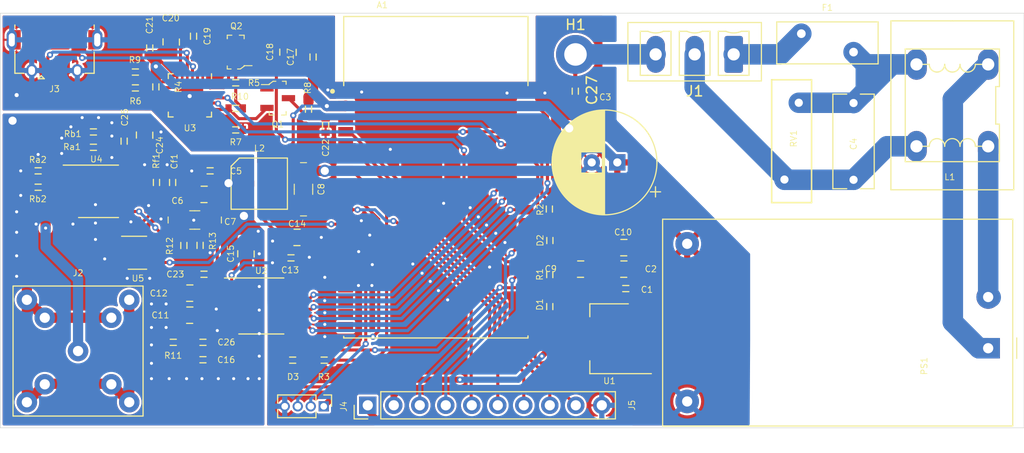
<source format=kicad_pcb>
(kicad_pcb (version 20171130) (host pcbnew 5.1.10)
  (layers (0 F.Cu signal) (31 B.Cu signal) (34 B.Paste user) (35 F.Paste user) (36 B.SilkS user) (37 F.SilkS user) (38 B.Mask user) (39 F.Mask user) (44 Edge.Cuts user))
  (net 0 "")
  (net 1 "Net-(A1-Pad39)")
  (net 2 GNDREF)
  (net 3 TX)
  (net 4 RX)
  (net 5 IO0)
  (net 6 "Net-(A1-Pad22)")
  (net 7 "Net-(A1-Pad21)")
  (net 8 "Net-(A1-Pad20)")
  (net 9 "Net-(A1-Pad19)")
  (net 10 "Net-(A1-Pad18)")
  (net 11 "Net-(A1-Pad17)")
  (net 12 "Net-(A1-Pad14)")
  (net 13 "Net-(A1-Pad12)")
  (net 14 RESET)
  (net 15 "Net-(A1-Pad9)")
  (net 16 EN)
  (net 17 +3V3)
  (net 18 +5V)
  (net 19 +5VA)
  (net 20 GNDA)
  (net 21 "Net-(C11-Pad1)")
  (net 22 "Net-(C15-Pad1)")
  (net 23 P_SIGNAL)
  (net 24 "Net-(C19-Pad1)")
  (net 25 "Net-(Cf1-Pad2)")
  (net 26 "Net-(D1-Pad1)")
  (net 27 "Net-(D2-Pad1)")
  (net 28 "Net-(D3-Pad1)")
  (net 29 "Net-(J3-Pad4)")
  (net 30 "Net-(J3-Pad3)")
  (net 31 "Net-(J3-Pad2)")
  (net 32 +5VD)
  (net 33 "Net-(Q1-Pad1)")
  (net 34 "Net-(Q1-Pad2)")
  (net 35 "Net-(Q2-Pad1)")
  (net 36 "Net-(Q2-Pad2)")
  (net 37 "Net-(R4-Pad2)")
  (net 38 "Net-(R6-Pad1)")
  (net 39 "Net-(R7-Pad1)")
  (net 40 2.5V)
  (net 41 "Net-(Ra2-Pad1)")
  (net 42 "Net-(U3-Pad24)")
  (net 43 "Net-(U3-Pad22)")
  (net 44 "Net-(U3-Pad18)")
  (net 45 "Net-(U3-Pad17)")
  (net 46 "Net-(U3-Pad16)")
  (net 47 "Net-(U3-Pad14)")
  (net 48 "Net-(U3-Pad13)")
  (net 49 "Net-(U3-Pad12)")
  (net 50 "Net-(U3-Pad11)")
  (net 51 "Net-(U3-Pad10)")
  (net 52 "Net-(U3-Pad1)")
  (net 53 /AD_SDI)
  (net 54 /AD_SDO0)
  (net 55 /AD_SCLK)
  (net 56 /AD_CS)
  (net 57 /AD_RTS)
  (net 58 /AD_SDO1)
  (net 59 /AD_RVS)
  (net 60 /LED_R)
  (net 61 /LED_B)
  (net 62 /LED_G)
  (net 63 /AC_in_2)
  (net 64 /AC_in_fuse)
  (net 65 /AOP_OUTB)
  (net 66 /AC_in_1)
  (net 67 /CHARGE+)
  (net 68 /CHARGE-)
  (net 69 /AC_choke_1)
  (net 70 /AC_choke_2)
  (net 71 /AOP_OUTA)
  (net 72 /IO04)
  (net 73 /IO02)
  (net 74 /IO25)
  (net 75 /IO35)
  (net 76 /IO34)
  (net 77 /VN)
  (net 78 /VP)
  (net 79 Earth)
  (module MountingHole:MountingHole_2.2mm_M2_DIN965_Pad (layer F.Cu) (at 156.19 54.03)
    (fp_text reference H1 (at 0 -2.9) (layer F.SilkS))
    (fp_text value MountingHole_Pad)
    (pad 1 thru_hole circle (at 0 0) (size 3.8 3.8) (drill 2.2) (layers *.Cu *.Mask) (net 79 Earth))
  )
  (module comp-lib:AC-Input (layer F.Cu) (at 171.64 54.02 180)
    (fp_text reference J1 (at 3.81 -3.6) (layer F.SilkS))
    (fp_text value Conn_01x03)
    (pad 3 thru_hole oval (at 7.62 0 180) (size 1.8 3.6) (drill 1.2) (layers *.Cu *.Mask) (net 79 Earth))
    (pad 2 thru_hole oval (at 3.81 0 180) (size 1.8 3.6) (drill 1.2) (layers *.Cu *.Mask) (net 63 /AC_in_2))
    (pad 1 thru_hole roundrect (at 0 0 180) (size 1.8 3.6) (drill 1.2) (layers *.Cu *.Mask) (roundrect_rratio 0.138889) (net 66 /AC_in_1))
  )
  (module digikey-footprints:0603 (layer F.Cu) (at 156.17 57.62 90)
    (fp_text reference C27 (at 0.1 1.62 90) (layer F.SilkS))
    (fp_text value 100nF)
    (pad 1 smd rect (at -0.7 0 90) (size 0.6 0.8) (layers F.Cu F.Paste F.Mask) (net 2 GNDREF))
    (pad 2 smd rect (at 0.7 0 90) (size 0.6 0.8) (layers F.Cu F.Paste F.Mask) (net 79 Earth))
  )
  (module Connector_USB:USB_Micro-AB_Molex_47590-0001 (layer F.Cu) (at 105.3 52.6 180)
    (fp_text reference J3 (at 0 -4.8) (layer F.SilkS) (effects (font (size 0.6 0.6) (thickness 0.08))))
    (fp_text value USB_B_Micro hide)
    (pad 6 smd rect (at -3.7375 0 180) (size 0.875 1.9) (layers F.Cu F.Mask) (net 2 GNDREF))
    (pad 6 smd rect (at 3.7375 0 180) (size 0.875 1.9) (layers F.Cu F.Mask) (net 2 GNDREF))
    (pad 6 smd rect (at 0 0 180) (size 2.9 1.9) (layers F.Cu F.Paste F.Mask) (net 2 GNDREF))
    (pad 2 smd rect (at 0.65 -2.675 180) (size 0.4 1.35) (layers F.Cu F.Paste F.Mask) (net 31 "Net-(J3-Pad2)"))
    (pad 6 thru_hole oval (at 4.175 0 180) (size 1 1.9) (drill oval 0.6 1.3) (layers *.Cu *.Mask) (net 2 GNDREF))
    (pad 6 thru_hole oval (at -4.175 0 180) (size 1 1.9) (drill oval 0.6 1.3) (layers *.Cu *.Mask) (net 2 GNDREF))
    (pad 6 thru_hole oval (at 2.225 -3 180) (size 1.05 1.25) (drill oval 0.65 0.85) (layers *.Cu *.Mask) (net 2 GNDREF))
    (pad 1 smd rect (at 1.3 -2.675 180) (size 0.4 1.35) (layers F.Cu F.Paste F.Mask) (net 32 +5VD))
    (pad 3 smd rect (at 0 -2.675 180) (size 0.4 1.35) (layers F.Cu F.Paste F.Mask) (net 30 "Net-(J3-Pad3)"))
    (pad 4 smd rect (at -0.65 -2.675 180) (size 0.4 1.35) (layers F.Cu F.Paste F.Mask) (net 29 "Net-(J3-Pad4)"))
    (pad 5 smd rect (at -1.3 -2.675 180) (size 0.4 1.35) (layers F.Cu F.Paste F.Mask) (net 2 GNDREF))
    (pad 6 thru_hole oval (at -2.225 -3 180) (size 1.05 1.25) (drill oval 0.65 0.85) (layers *.Cu *.Mask) (net 2 GNDREF))
  )
  (module digikey-footprints:0603 (layer F.Cu) (at 119.9 75.5 180)
    (fp_text reference C23 (at 2.8 0) (layer F.SilkS) (effects (font (size 0.6 0.6) (thickness 0.08))))
    (fp_text value 100nF)
    (pad 1 smd rect (at -0.7 0 180) (size 0.6 0.8) (layers F.Cu F.Paste F.Mask) (net 19 +5VA))
    (pad 2 smd rect (at 0.7 0 180) (size 0.6 0.8) (layers F.Cu F.Paste F.Mask) (net 20 GNDA))
  )
  (module comp-lib:BNC_Header (layer F.Cu) (at 107.6 83)
    (fp_text reference J2 (at 0 -7.62) (layer F.SilkS) (effects (font (size 0.6 0.6) (thickness 0.08))))
    (fp_text value Conn_Coaxial)
    (pad 2 thru_hole circle (at -3.25 -3.25) (size 2 2) (drill 1) (layers *.Cu *.Mask) (net 68 /CHARGE-))
    (pad 2 thru_hole circle (at 3.25 -3.25) (size 2 2) (drill 1) (layers *.Cu *.Mask) (net 68 /CHARGE-))
    (pad 2 thru_hole circle (at 3.25 3.25) (size 2 2) (drill 1) (layers *.Cu *.Mask) (net 68 /CHARGE-))
    (pad 2 thru_hole circle (at -3.25 3.25) (size 2 2) (drill 1) (layers *.Cu *.Mask) (net 68 /CHARGE-))
    (pad 1 thru_hole circle (at 0 0) (size 2 2) (drill 1) (layers *.Cu *.Mask) (net 67 /CHARGE+))
    (pad 2 thru_hole circle (at 5 -5) (size 2 2) (drill 1) (layers *.Cu *.Mask) (net 68 /CHARGE-))
    (pad 2 thru_hole circle (at -5 -5) (size 2 2) (drill 1) (layers *.Cu *.Mask) (net 68 /CHARGE-))
    (pad 2 thru_hole circle (at -5 5) (size 2 2) (drill 1) (layers *.Cu *.Mask) (net 68 /CHARGE-))
    (pad 2 thru_hole circle (at 5 5) (size 2 2) (drill 1) (layers *.Cu *.Mask) (net 68 /CHARGE-))
  )
  (module Package_SO:TSSOP-16_4.4x5mm_P0.65mm (layer F.Cu) (at 125.5 78.6)
    (fp_text reference U2 (at 0 -3.45) (layer F.SilkS) (effects (font (size 0.6 0.6) (thickness 0.08))))
    (fp_text value ADS8689IPW)
    (pad 16 smd roundrect (at 2.8625 -2.275) (size 1.475 0.4) (layers F.Cu F.Paste F.Mask) (net 17 +3V3))
    (pad 15 smd roundrect (at 2.8625 -1.625) (size 1.475 0.4) (layers F.Cu F.Paste F.Mask) (net 59 /AD_RVS))
    (pad 14 smd roundrect (at 2.8625 -0.975) (size 1.475 0.4) (layers F.Cu F.Paste F.Mask) (net 58 /AD_SDO1))
    (pad 13 smd roundrect (at 2.8625 -0.325) (size 1.475 0.4) (layers F.Cu F.Paste F.Mask) (net 54 /AD_SDO0))
    (pad 12 smd roundrect (at 2.8625 0.325) (size 1.475 0.4) (layers F.Cu F.Paste F.Mask) (net 55 /AD_SCLK))
    (pad 11 smd roundrect (at 2.8625 0.975) (size 1.475 0.4) (layers F.Cu F.Paste F.Mask) (net 56 /AD_CS))
    (pad 10 smd roundrect (at 2.8625 1.625) (size 1.475 0.4) (layers F.Cu F.Paste F.Mask) (net 53 /AD_SDI))
    (pad 9 smd roundrect (at 2.8625 2.275) (size 1.475 0.4) (layers F.Cu F.Paste F.Mask) (net 57 /AD_RTS))
    (pad 8 smd roundrect (at -2.8625 2.275) (size 1.475 0.4) (layers F.Cu F.Paste F.Mask) (net 20 GNDA))
    (pad 7 smd roundrect (at -2.8625 1.625) (size 1.475 0.4) (layers F.Cu F.Paste F.Mask) (net 23 P_SIGNAL))
    (pad 6 smd roundrect (at -2.8625 0.975) (size 1.475 0.4) (layers F.Cu F.Paste F.Mask) (net 21 "Net-(C11-Pad1)"))
    (pad 5 smd roundrect (at -2.8625 0.325) (size 1.475 0.4) (layers F.Cu F.Paste F.Mask) (net 20 GNDA))
    (pad 4 smd roundrect (at -2.8625 -0.325) (size 1.475 0.4) (layers F.Cu F.Paste F.Mask) (net 22 "Net-(C15-Pad1)"))
    (pad 3 smd roundrect (at -2.8625 -0.975) (size 1.475 0.4) (layers F.Cu F.Paste F.Mask) (net 20 GNDA))
    (pad 2 smd roundrect (at -2.8625 -1.625) (size 1.475 0.4) (layers F.Cu F.Paste F.Mask) (net 19 +5VA))
    (pad 1 smd roundrect (at -2.8625 -2.275) (size 1.475 0.4) (layers F.Cu F.Paste F.Mask) (net 2 GNDREF))
  )
  (module Connector_PinHeader_2.54mm:PinHeader_1x10_P2.54mm_Vertical (layer F.Cu) (at 135.9 88.3 90)
    (fp_text reference J5 (at 0 25.8 90) (layer F.SilkS) (effects (font (size 0.6 0.6) (thickness 0.08))))
    (fp_text value Conn_01x10)
    (pad 10 thru_hole oval (at 0 22.86 90) (size 1.7 1.7) (drill 1) (layers *.Cu *.Mask) (net 2 GNDREF))
    (pad 9 thru_hole oval (at 0 20.32 90) (size 1.7 1.7) (drill 1) (layers *.Cu *.Mask) (net 78 /VP))
    (pad 8 thru_hole oval (at 0 17.78 90) (size 1.7 1.7) (drill 1) (layers *.Cu *.Mask) (net 77 /VN))
    (pad 7 thru_hole oval (at 0 15.24 90) (size 1.7 1.7) (drill 1) (layers *.Cu *.Mask) (net 76 /IO34))
    (pad 6 thru_hole oval (at 0 12.7 90) (size 1.7 1.7) (drill 1) (layers *.Cu *.Mask) (net 75 /IO35))
    (pad 5 thru_hole oval (at 0 10.16 90) (size 1.7 1.7) (drill 1) (layers *.Cu *.Mask) (net 74 /IO25))
    (pad 4 thru_hole oval (at 0 7.62 90) (size 1.7 1.7) (drill 1) (layers *.Cu *.Mask) (net 73 /IO02))
    (pad 3 thru_hole oval (at 0 5.08 90) (size 1.7 1.7) (drill 1) (layers *.Cu *.Mask) (net 72 /IO04))
    (pad 2 thru_hole oval (at 0 2.54 90) (size 1.7 1.7) (drill 1) (layers *.Cu *.Mask) (net 17 +3V3))
    (pad 1 thru_hole rect (at 0 0 90) (size 1.7 1.7) (drill 1) (layers *.Cu *.Mask) (net 18 +5V))
  )
  (module Package_SO:SOIC-8_3.9x4.9mm_P1.27mm (layer F.Cu) (at 109.6 67.4)
    (fp_text reference U4 (at -0.21 -3.14) (layer F.SilkS) (effects (font (size 0.6 0.6) (thickness 0.08))))
    (fp_text value AD8606ACBZ-REEL7)
    (pad 8 smd roundrect (at 2.475 -1.905) (size 1.95 0.6) (layers F.Cu F.Paste F.Mask) (net 19 +5VA))
    (pad 7 smd roundrect (at 2.475 -0.635) (size 1.95 0.6) (layers F.Cu F.Paste F.Mask) (net 65 /AOP_OUTB))
    (pad 6 smd roundrect (at 2.475 0.635) (size 1.95 0.6) (layers F.Cu F.Paste F.Mask) (net 25 "Net-(Cf1-Pad2)"))
    (pad 5 smd roundrect (at 2.475 1.905) (size 1.95 0.6) (layers F.Cu F.Paste F.Mask) (net 40 2.5V))
    (pad 4 smd roundrect (at -2.475 1.905) (size 1.95 0.6) (layers F.Cu F.Paste F.Mask) (net 20 GNDA))
    (pad 3 smd roundrect (at -2.475 0.635) (size 1.95 0.6) (layers F.Cu F.Paste F.Mask) (net 67 /CHARGE+))
    (pad 2 smd roundrect (at -2.475 -0.635) (size 1.95 0.6) (layers F.Cu F.Paste F.Mask) (net 68 /CHARGE-))
    (pad 1 smd roundrect (at -2.475 -1.905) (size 1.95 0.6) (layers F.Cu F.Paste F.Mask) (net 71 /AOP_OUTA))
  )
  (module comp-lib:UU9.8 (layer F.Cu) (at 193 59 180)
    (fp_text reference L1 (at 0.25 -7 180) (layer F.SilkS) (effects (font (size 0.6 0.6) (thickness 0.08))))
    (fp_text value "10 mH")
    (pad 2 thru_hole oval (at 3.5 4 180) (size 2 3) (drill 1.2) (layers *.Cu *.Mask) (net 64 /AC_in_fuse))
    (pad 3 thru_hole oval (at 3.5 -4 180) (size 2 3) (drill 1.2) (layers *.Cu *.Mask) (net 63 /AC_in_2))
    (pad 1 thru_hole oval (at -3.5 4 180) (size 2 3) (drill 1.2) (layers *.Cu *.Mask) (net 69 /AC_choke_1))
    (pad 4 thru_hole oval (at -3.5 -4 180) (size 2 3) (drill 1.2) (layers *.Cu *.Mask) (net 70 /AC_choke_2))
  )
  (module Capacitor_THT:C_Rect_L9.0mm_W3.8mm_P7.50mm_MKT (layer F.Cu) (at 183.35 58.775 270)
    (fp_text reference C4 (at 4 0 90) (layer F.SilkS) (effects (font (size 0.6 0.6) (thickness 0.08))))
    (fp_text value 0.1uF)
    (pad 2 thru_hole circle (at 7.5 0 270) (size 1.6 1.6) (drill 0.8) (layers *.Cu *.Mask) (net 63 /AC_in_2))
    (pad 1 thru_hole circle (at 0 0 270) (size 1.6 1.6) (drill 0.8) (layers *.Cu *.Mask) (net 64 /AC_in_fuse))
  )
  (module Connector_PinHeader_1.27mm:PinHeader_1x04_P1.27mm_Vertical (layer F.Cu) (at 131.6 88.4 270)
    (fp_text reference J4 (at 0.014 -1.942 90) (layer F.SilkS) (effects (font (size 0.6 0.6) (thickness 0.08))))
    (fp_text value Encoder)
    (pad 4 thru_hole oval (at 0 3.81 270) (size 1 1) (drill 0.65) (layers *.Cu *.Mask) (net 2 GNDREF))
    (pad 3 thru_hole oval (at 0 2.54 270) (size 1 1) (drill 0.65) (layers *.Cu *.Mask) (net 15 "Net-(A1-Pad9)"))
    (pad 2 thru_hole oval (at 0 1.27 270) (size 1 1) (drill 0.65) (layers *.Cu *.Mask) (net 13 "Net-(A1-Pad12)"))
    (pad 1 thru_hole rect (at 0 0 270) (size 1 1) (drill 0.65) (layers *.Cu *.Mask) (net 17 +3V3))
  )
  (module Package_TO_SOT_SMD:SOT-23-5_HandSoldering (layer F.Cu) (at 113.4 73.4)
    (fp_text reference U5 (at 0.05 2.5) (layer F.SilkS) (effects (font (size 0.6 0.6) (thickness 0.08))))
    (fp_text value TMUX1102D)
    (pad 5 smd rect (at 1.35 -0.95) (size 1.56 0.65) (layers F.Cu F.Paste F.Mask) (net 19 +5VA))
    (pad 4 smd rect (at 1.35 0.95) (size 1.56 0.65) (layers F.Cu F.Paste F.Mask) (net 14 RESET))
    (pad 3 smd rect (at -1.35 0.95) (size 1.56 0.65) (layers F.Cu F.Paste F.Mask) (net 20 GNDA))
    (pad 2 smd rect (at -1.35 0) (size 1.56 0.65) (layers F.Cu F.Paste F.Mask) (net 25 "Net-(Cf1-Pad2)"))
    (pad 1 smd rect (at -1.35 -0.95) (size 1.56 0.65) (layers F.Cu F.Paste F.Mask) (net 65 /AOP_OUTB))
  )
  (module Package_DFN_QFN:QFN-24-1EP_4x4mm_P0.5mm_EP2.6x2.6mm (layer F.Cu) (at 118.525 58.025 270)
    (fp_text reference U3 (at 3.195 -0.005 180) (layer F.SilkS) (effects (font (size 0.6 0.6) (thickness 0.08))))
    (fp_text value CP2102N-A01-GQFN24 hide)
    (pad 25 smd rect (at 0 0 270) (size 2.6 2.6) (layers F.Cu F.Mask) (net 2 GNDREF))
    (pad 24 smd roundrect (at -1.25 -1.9375 270) (size 0.25 0.825) (layers F.Cu F.Paste F.Mask) (net 42 "Net-(U3-Pad24)"))
    (pad 23 smd roundrect (at -0.75 -1.9375 270) (size 0.25 0.825) (layers F.Cu F.Paste F.Mask) (net 36 "Net-(Q2-Pad2)"))
    (pad 22 smd roundrect (at -0.25 -1.9375 270) (size 0.25 0.825) (layers F.Cu F.Paste F.Mask) (net 43 "Net-(U3-Pad22)"))
    (pad 21 smd roundrect (at 0.25 -1.9375 270) (size 0.25 0.825) (layers F.Cu F.Paste F.Mask) (net 4 RX))
    (pad 20 smd roundrect (at 0.75 -1.9375 270) (size 0.25 0.825) (layers F.Cu F.Paste F.Mask) (net 3 TX))
    (pad 19 smd roundrect (at 1.25 -1.9375 270) (size 0.25 0.825) (layers F.Cu F.Paste F.Mask) (net 34 "Net-(Q1-Pad2)"))
    (pad 18 smd roundrect (at 1.9375 -1.25 270) (size 0.825 0.25) (layers F.Cu F.Paste F.Mask) (net 44 "Net-(U3-Pad18)"))
    (pad 17 smd roundrect (at 1.9375 -0.75 270) (size 0.825 0.25) (layers F.Cu F.Paste F.Mask) (net 45 "Net-(U3-Pad17)"))
    (pad 16 smd roundrect (at 1.9375 -0.25 270) (size 0.825 0.25) (layers F.Cu F.Paste F.Mask) (net 46 "Net-(U3-Pad16)"))
    (pad 15 smd roundrect (at 1.9375 0.25 270) (size 0.825 0.25) (layers F.Cu F.Paste F.Mask) (net 39 "Net-(R7-Pad1)"))
    (pad 14 smd roundrect (at 1.9375 0.75 270) (size 0.825 0.25) (layers F.Cu F.Paste F.Mask) (net 47 "Net-(U3-Pad14)"))
    (pad 13 smd roundrect (at 1.9375 1.25 270) (size 0.825 0.25) (layers F.Cu F.Paste F.Mask) (net 48 "Net-(U3-Pad13)"))
    (pad 12 smd roundrect (at 1.25 1.9375 270) (size 0.25 0.825) (layers F.Cu F.Paste F.Mask) (net 49 "Net-(U3-Pad12)"))
    (pad 11 smd roundrect (at 0.75 1.9375 270) (size 0.25 0.825) (layers F.Cu F.Paste F.Mask) (net 50 "Net-(U3-Pad11)"))
    (pad 10 smd roundrect (at 0.25 1.9375 270) (size 0.25 0.825) (layers F.Cu F.Paste F.Mask) (net 51 "Net-(U3-Pad10)"))
    (pad 9 smd roundrect (at -0.25 1.9375 270) (size 0.25 0.825) (layers F.Cu F.Paste F.Mask) (net 37 "Net-(R4-Pad2)"))
    (pad 8 smd roundrect (at -0.75 1.9375 270) (size 0.25 0.825) (layers F.Cu F.Paste F.Mask) (net 38 "Net-(R6-Pad1)"))
    (pad 7 smd roundrect (at -1.25 1.9375 270) (size 0.25 0.825) (layers F.Cu F.Paste F.Mask) (net 17 +3V3))
    (pad 6 smd roundrect (at -1.9375 1.25 270) (size 0.825 0.25) (layers F.Cu F.Paste F.Mask) (net 17 +3V3))
    (pad 5 smd roundrect (at -1.9375 0.75 270) (size 0.825 0.25) (layers F.Cu F.Paste F.Mask) (net 24 "Net-(C19-Pad1)"))
    (pad 4 smd roundrect (at -1.9375 0.25 270) (size 0.825 0.25) (layers F.Cu F.Paste F.Mask) (net 31 "Net-(J3-Pad2)"))
    (pad 3 smd roundrect (at -1.9375 -0.25 270) (size 0.825 0.25) (layers F.Cu F.Paste F.Mask) (net 30 "Net-(J3-Pad3)"))
    (pad 2 smd roundrect (at -1.9375 -0.75 270) (size 0.825 0.25) (layers F.Cu F.Paste F.Mask) (net 2 GNDREF))
    (pad 1 smd roundrect (at -1.9375 -1.25 270) (size 0.825 0.25) (layers F.Cu F.Paste F.Mask) (net 52 "Net-(U3-Pad1)"))
  )
  (module Package_TO_SOT_SMD:SOT-223-3_TabPin2 (layer F.Cu) (at 159.5 81.8 180)
    (fp_text reference U1 (at -0.01 -4.12) (layer F.SilkS) (effects (font (size 0.6 0.6) (thickness 0.08))))
    (fp_text value AMS1117-3.3)
    (pad 1 smd rect (at -3.15 -2.3 180) (size 2 1.5) (layers F.Cu F.Paste F.Mask) (net 2 GNDREF))
    (pad 3 smd rect (at -3.15 2.3 180) (size 2 1.5) (layers F.Cu F.Paste F.Mask) (net 18 +5V))
    (pad 2 smd rect (at -3.15 0 180) (size 2 1.5) (layers F.Cu F.Paste F.Mask) (net 17 +3V3))
    (pad 2 smd rect (at 3.15 0 180) (size 2 3.8) (layers F.Cu F.Paste F.Mask) (net 17 +3V3))
  )
  (module Varistor:RV_Disc_D12mm_W3.9mm_P7.5mm (layer F.Cu) (at 178 58.75 270)
    (fp_text reference RV1 (at 3.5 0.5 90) (layer F.SilkS) (effects (font (size 0.6 0.6) (thickness 0.08))))
    (fp_text value Varistor)
    (pad 2 thru_hole circle (at 7.5 1.4 270) (size 1.8 1.8) (drill 0.8) (layers *.Cu *.Mask) (net 63 /AC_in_2))
    (pad 1 thru_hole circle (at 0 0 270) (size 1.8 1.8) (drill 0.8) (layers *.Cu *.Mask) (net 64 /AC_in_fuse))
  )
  (module digikey-footprints:0603 (layer F.Cu) (at 115.26 66.535 270)
    (fp_text reference Rf1 (at -2.095 0.03 90) (layer F.SilkS) (effects (font (size 0.6 0.6) (thickness 0.08))))
    (fp_text value 12M)
    (pad 1 smd rect (at -0.7 0 270) (size 0.6 0.8) (layers F.Cu F.Paste F.Mask) (net 65 /AOP_OUTB))
    (pad 2 smd rect (at 0.7 0 270) (size 0.6 0.8) (layers F.Cu F.Paste F.Mask) (net 25 "Net-(Cf1-Pad2)"))
  )
  (module digikey-footprints:0603 (layer F.Cu) (at 103.7 65.4 180)
    (fp_text reference Rb2 (at 0.03 -2.75) (layer F.SilkS) (effects (font (size 0.6 0.6) (thickness 0.08))))
    (fp_text value 100k)
    (pad 1 smd rect (at -0.7 0 180) (size 0.6 0.8) (layers F.Cu F.Paste F.Mask) (net 71 /AOP_OUTA))
    (pad 2 smd rect (at 0.7 0 180) (size 0.6 0.8) (layers F.Cu F.Paste F.Mask) (net 41 "Net-(Ra2-Pad1)"))
  )
  (module digikey-footprints:0603 (layer F.Cu) (at 109.1 61.6)
    (fp_text reference Rb1 (at -2.02 0.19) (layer F.SilkS) (effects (font (size 0.6 0.6) (thickness 0.08))))
    (fp_text value 100k)
    (pad 1 smd rect (at -0.7 0) (size 0.6 0.8) (layers F.Cu F.Paste F.Mask) (net 71 /AOP_OUTA))
    (pad 2 smd rect (at 0.7 0) (size 0.6 0.8) (layers F.Cu F.Paste F.Mask) (net 25 "Net-(Cf1-Pad2)"))
  )
  (module digikey-footprints:0603 (layer F.Cu) (at 103.7 67)
    (fp_text reference Ra2 (at -0.03 -2.69) (layer F.SilkS) (effects (font (size 0.6 0.6) (thickness 0.08))))
    (fp_text value 1k)
    (pad 1 smd rect (at -0.7 0) (size 0.6 0.8) (layers F.Cu F.Paste F.Mask) (net 41 "Net-(Ra2-Pad1)"))
    (pad 2 smd rect (at 0.7 0) (size 0.6 0.8) (layers F.Cu F.Paste F.Mask) (net 68 /CHARGE-))
  )
  (module digikey-footprints:0603 (layer F.Cu) (at 109.1 63.1 180)
    (fp_text reference Ra1 (at 2.09 0.04) (layer F.SilkS) (effects (font (size 0.6 0.6) (thickness 0.08))))
    (fp_text value 1k)
    (pad 1 smd rect (at -0.7 0 180) (size 0.6 0.8) (layers F.Cu F.Paste F.Mask) (net 25 "Net-(Cf1-Pad2)"))
    (pad 2 smd rect (at 0.7 0 180) (size 0.6 0.8) (layers F.Cu F.Paste F.Mask) (net 67 /CHARGE+))
  )
  (module digikey-footprints:0603 (layer F.Cu) (at 119.52 72.68 270)
    (fp_text reference R13 (at -0.43 -1.23 90) (layer F.SilkS) (effects (font (size 0.6 0.6) (thickness 0.08))))
    (fp_text value R)
    (pad 1 smd rect (at -0.7 0 270) (size 0.6 0.8) (layers F.Cu F.Paste F.Mask) (net 40 2.5V))
    (pad 2 smd rect (at 0.7 0 270) (size 0.6 0.8) (layers F.Cu F.Paste F.Mask) (net 20 GNDA))
  )
  (module digikey-footprints:0603 (layer F.Cu) (at 117.935 72.69 90)
    (fp_text reference R12 (at -0.05 -1.385 90) (layer F.SilkS) (effects (font (size 0.6 0.6) (thickness 0.08))))
    (fp_text value R)
    (pad 1 smd rect (at -0.7 0 90) (size 0.6 0.8) (layers F.Cu F.Paste F.Mask) (net 19 +5VA))
    (pad 2 smd rect (at 0.7 0 90) (size 0.6 0.8) (layers F.Cu F.Paste F.Mask) (net 40 2.5V))
  )
  (module digikey-footprints:0603 (layer F.Cu) (at 116.9 82.15 180)
    (fp_text reference R11 (at 0.01 -1.29) (layer F.SilkS) (effects (font (size 0.6 0.6) (thickness 0.08))))
    (fp_text value 33R)
    (pad 1 smd rect (at -0.7 0 180) (size 0.6 0.8) (layers F.Cu F.Paste F.Mask) (net 23 P_SIGNAL))
    (pad 2 smd rect (at 0.7 0 180) (size 0.6 0.8) (layers F.Cu F.Paste F.Mask) (net 65 /AOP_OUTB))
  )
  (module digikey-footprints:0603 (layer F.Cu) (at 123 59.3 180)
    (fp_text reference R10 (at -0.41 1.16) (layer F.SilkS) (effects (font (size 0.6 0.6) (thickness 0.08))))
    (fp_text value 10k)
    (pad 1 smd rect (at -0.7 0 180) (size 0.6 0.8) (layers F.Cu F.Paste F.Mask) (net 35 "Net-(Q2-Pad1)"))
    (pad 2 smd rect (at 0.7 0 180) (size 0.6 0.8) (layers F.Cu F.Paste F.Mask) (net 34 "Net-(Q1-Pad2)"))
  )
  (module digikey-footprints:0603 (layer F.Cu) (at 113.2 55.75)
    (fp_text reference R9 (at -0.05 -1.19) (layer F.SilkS) (effects (font (size 0.6 0.6) (thickness 0.08))))
    (fp_text value 47k)
    (pad 1 smd rect (at -0.7 0) (size 0.6 0.8) (layers F.Cu F.Paste F.Mask) (net 2 GNDREF))
    (pad 2 smd rect (at 0.7 0) (size 0.6 0.8) (layers F.Cu F.Paste F.Mask) (net 38 "Net-(R6-Pad1)"))
  )
  (module digikey-footprints:0603 (layer F.Cu) (at 130.11 59.38 90)
    (fp_text reference R8 (at 2.08 -0.08 90) (layer F.SilkS) (effects (font (size 0.6 0.6) (thickness 0.08))))
    (fp_text value 10k)
    (pad 1 smd rect (at -0.7 0 90) (size 0.6 0.8) (layers F.Cu F.Paste F.Mask) (net 16 EN))
    (pad 2 smd rect (at 0.7 0 90) (size 0.6 0.8) (layers F.Cu F.Paste F.Mask) (net 17 +3V3))
  )
  (module digikey-footprints:0603 (layer F.Cu) (at 123 61.4)
    (fp_text reference R7 (at 0 1.19) (layer F.SilkS) (effects (font (size 0.6 0.6) (thickness 0.08))))
    (fp_text value 10k)
    (pad 1 smd rect (at -0.7 0) (size 0.6 0.8) (layers F.Cu F.Paste F.Mask) (net 39 "Net-(R7-Pad1)"))
    (pad 2 smd rect (at 0.7 0) (size 0.6 0.8) (layers F.Cu F.Paste F.Mask) (net 2 GNDREF))
  )
  (module digikey-footprints:0603 (layer F.Cu) (at 113.2 57.3 180)
    (fp_text reference R6 (at -0.01 -1.29) (layer F.SilkS) (effects (font (size 0.6 0.6) (thickness 0.08))))
    (fp_text value 22k)
    (pad 1 smd rect (at -0.7 0 180) (size 0.6 0.8) (layers F.Cu F.Paste F.Mask) (net 38 "Net-(R6-Pad1)"))
    (pad 2 smd rect (at 0.7 0 180) (size 0.6 0.8) (layers F.Cu F.Paste F.Mask) (net 32 +5VD))
  )
  (module digikey-footprints:0603 (layer F.Cu) (at 123 56.8 180)
    (fp_text reference R5 (at -1.78 -0.01) (layer F.SilkS) (effects (font (size 0.6 0.6) (thickness 0.08))))
    (fp_text value 10k)
    (pad 1 smd rect (at -0.7 0 180) (size 0.6 0.8) (layers F.Cu F.Paste F.Mask) (net 33 "Net-(Q1-Pad1)"))
    (pad 2 smd rect (at 0.7 0 180) (size 0.6 0.8) (layers F.Cu F.Paste F.Mask) (net 36 "Net-(Q2-Pad2)"))
  )
  (module digikey-footprints:0603 (layer F.Cu) (at 115.2 57.2 270)
    (fp_text reference R4 (at 0 -2.2 90) (layer F.SilkS) (effects (font (size 0.6 0.6) (thickness 0.08))))
    (fp_text value 2k)
    (pad 1 smd rect (at -0.7 0 270) (size 0.6 0.8) (layers F.Cu F.Paste F.Mask) (net 17 +3V3))
    (pad 2 smd rect (at 0.7 0 270) (size 0.6 0.8) (layers F.Cu F.Paste F.Mask) (net 37 "Net-(R4-Pad2)"))
  )
  (module digikey-footprints:0603 (layer F.Cu) (at 131.639 83.892 180)
    (fp_text reference R3 (at 0.029 -1.628) (layer F.SilkS) (effects (font (size 0.6 0.6) (thickness 0.08))))
    (fp_text value 560)
    (pad 1 smd rect (at -0.7 0 180) (size 0.6 0.8) (layers F.Cu F.Paste F.Mask) (net 60 /LED_R))
    (pad 2 smd rect (at 0.7 0 180) (size 0.6 0.8) (layers F.Cu F.Paste F.Mask) (net 28 "Net-(D3-Pad1)"))
  )
  (module digikey-footprints:0603 (layer F.Cu) (at 153.637 69.131 270)
    (fp_text reference R2 (at 0.059 0.897 90) (layer F.SilkS) (effects (font (size 0.6 0.6) (thickness 0.08))))
    (fp_text value 560)
    (pad 1 smd rect (at -0.7 0 270) (size 0.6 0.8) (layers F.Cu F.Paste F.Mask) (net 61 /LED_B))
    (pad 2 smd rect (at 0.7 0 270) (size 0.6 0.8) (layers F.Cu F.Paste F.Mask) (net 27 "Net-(D2-Pad1)"))
  )
  (module digikey-footprints:0603 (layer F.Cu) (at 153.676366 75.533792 270)
    (fp_text reference R1 (at -0.013792 0.976366 90) (layer F.SilkS) (effects (font (size 0.6 0.6) (thickness 0.08))))
    (fp_text value 560)
    (pad 1 smd rect (at -0.7 0 270) (size 0.6 0.8) (layers F.Cu F.Paste F.Mask) (net 62 /LED_G))
    (pad 2 smd rect (at 0.7 0 270) (size 0.6 0.8) (layers F.Cu F.Paste F.Mask) (net 26 "Net-(D1-Pad1)"))
  )
  (module digikey-footprints:SOT-23-3 (layer F.Cu) (at 123 53.8 180)
    (fp_text reference Q2 (at -0.06 2.54) (layer F.SilkS) (effects (font (size 0.6 0.6) (thickness 0.08))))
    (fp_text value MMSS8050-H-TP)
    (pad 1 smd rect (at -1.05 -0.95 180) (size 1.3 0.6) (layers F.Cu F.Paste F.Mask) (net 35 "Net-(Q2-Pad1)"))
    (pad 2 smd rect (at -1.05 0.95 180) (size 1.3 0.6) (layers F.Cu F.Paste F.Mask) (net 36 "Net-(Q2-Pad2)"))
    (pad 3 smd rect (at 1.05 0 180) (size 1.3 0.6) (layers F.Cu F.Paste F.Mask) (net 5 IO0))
  )
  (module digikey-footprints:SOT-23-3 (layer F.Cu) (at 127.1 58.3)
    (fp_text reference Q1 (at 0.01 2.56) (layer F.SilkS) (effects (font (size 0.6 0.6) (thickness 0.08))))
    (fp_text value MMSS8050-H-TP hide)
    (pad 1 smd rect (at -1.05 -0.95) (size 1.3 0.6) (layers F.Cu F.Paste F.Mask) (net 33 "Net-(Q1-Pad1)"))
    (pad 2 smd rect (at -1.05 0.95) (size 1.3 0.6) (layers F.Cu F.Paste F.Mask) (net 34 "Net-(Q1-Pad2)"))
    (pad 3 smd rect (at 1.05 0) (size 1.3 0.6) (layers F.Cu F.Paste F.Mask) (net 16 EN))
  )
  (module Converter_ACDC:Converter_ACDC_HiLink_HLK-PMxx (layer F.Cu) (at 196.5 82.725 180)
    (fp_text reference PS1 (at 6.25 -1.75 90) (layer F.SilkS) (effects (font (size 0.6 0.6) (thickness 0.08))))
    (fp_text value HLK-PM01)
    (pad 4 thru_hole circle (at 29.4 10.2 180) (size 2.3 2.3) (drill 1) (layers *.Cu *.Mask) (net 18 +5V))
    (pad 2 thru_hole circle (at 0 5 180) (size 2.3 2.3) (drill 1) (layers *.Cu *.Mask) (net 70 /AC_choke_2))
    (pad 1 thru_hole rect (at 0 0 180) (size 2.3 2) (drill 1) (layers *.Cu *.Mask) (net 69 /AC_choke_1))
    (pad 3 thru_hole circle (at 29.4 -5.2 180) (size 2.3 2.3) (drill 1) (layers *.Cu *.Mask) (net 2 GNDREF))
  )
  (module comp-lib:ACM3225-2P (layer F.Cu) (at 125.3 66.65 270)
    (fp_text reference L2 (at -3.45 -0.02) (layer F.SilkS) (effects (font (size 0.6 0.6) (thickness 0.08))))
    (fp_text value "220Ω @ 100MHz 2 350mA 300mΩ" hide)
    (pad 4 smd rect (at -1.25 -1.55 270) (size 1.5 1.4) (layers F.Cu F.Paste F.Mask) (net 18 +5V))
    (pad 1 smd rect (at -1.25 1.55 270) (size 1.5 1.4) (layers F.Cu F.Paste F.Mask) (net 19 +5VA))
    (pad 3 smd rect (at 1.25 -1.55 270) (size 1.5 1.4) (layers F.Cu F.Paste F.Mask) (net 2 GNDREF))
    (pad 2 smd rect (at 1.25 1.55 270) (size 1.5 1.4) (layers F.Cu F.Paste F.Mask) (net 20 GNDA))
  )
  (module Fuse:Fuse_BelFuse_0ZRE0025FF_L9.6mm_W3.8mm (layer F.Cu) (at 178.25 52)
    (fp_text reference F1 (at 2.54 -2.54) (layer F.SilkS) (effects (font (size 0.6 0.6) (thickness 0.08))))
    (fp_text value Fuse)
    (pad 1 thru_hole circle (at 0 0) (size 1.4 1.4) (drill 0.85) (layers *.Cu *.Mask) (net 66 /AC_in_1))
    (pad 2 thru_hole circle (at 5.1 1.8) (size 1.4 1.4) (drill 0.85) (layers *.Cu *.Mask) (net 64 /AC_in_fuse))
  )
  (module digikey-footprints:0603 (layer F.Cu) (at 128.564 83.892 180)
    (fp_text reference D3 (at -0.036 -1.628) (layer F.SilkS) (effects (font (size 0.6 0.6) (thickness 0.08))))
    (fp_text value "LED RED")
    (pad 1 smd rect (at -0.7 0 180) (size 0.6 0.8) (layers F.Cu F.Paste F.Mask) (net 28 "Net-(D3-Pad1)"))
    (pad 2 smd rect (at 0.7 0 180) (size 0.6 0.8) (layers F.Cu F.Paste F.Mask) (net 17 +3V3))
  )
  (module digikey-footprints:0603 (layer F.Cu) (at 153.687 72.206 270)
    (fp_text reference D2 (at -0.006 0.947 90) (layer F.SilkS) (effects (font (size 0.6 0.6) (thickness 0.08))))
    (fp_text value "LED BLUE")
    (pad 1 smd rect (at -0.7 0 270) (size 0.6 0.8) (layers F.Cu F.Paste F.Mask) (net 27 "Net-(D2-Pad1)"))
    (pad 2 smd rect (at 0.7 0 270) (size 0.6 0.8) (layers F.Cu F.Paste F.Mask) (net 17 +3V3))
  )
  (module digikey-footprints:0603 (layer F.Cu) (at 153.676365 78.658792 270)
    (fp_text reference D1 (at -0.198792 0.976365 90) (layer F.SilkS) (effects (font (size 0.6 0.6) (thickness 0.08))))
    (fp_text value "LED GREEN")
    (pad 1 smd rect (at -0.7 0 270) (size 0.6 0.8) (layers F.Cu F.Paste F.Mask) (net 26 "Net-(D1-Pad1)"))
    (pad 2 smd rect (at 0.7 0 270) (size 0.6 0.8) (layers F.Cu F.Paste F.Mask) (net 17 +3V3))
  )
  (module digikey-footprints:0603 (layer F.Cu) (at 116.835 66.535 270)
    (fp_text reference Cf1 (at -2.055 -0.165 90) (layer F.SilkS) (effects (font (size 0.6 0.6) (thickness 0.08))))
    (fp_text value 3.3n)
    (pad 1 smd rect (at -0.7 0 270) (size 0.6 0.8) (layers F.Cu F.Paste F.Mask) (net 65 /AOP_OUTB))
    (pad 2 smd rect (at 0.7 0 270) (size 0.6 0.8) (layers F.Cu F.Paste F.Mask) (net 25 "Net-(Cf1-Pad2)"))
  )
  (module digikey-footprints:0603 (layer F.Cu) (at 119.8 82.15)
    (fp_text reference C26 (at 2.29 -0.01) (layer F.SilkS) (effects (font (size 0.6 0.6) (thickness 0.08))))
    (fp_text value 100nF)
    (pad 1 smd rect (at -0.7 0) (size 0.6 0.8) (layers F.Cu F.Paste F.Mask) (net 23 P_SIGNAL))
    (pad 2 smd rect (at 0.7 0) (size 0.6 0.8) (layers F.Cu F.Paste F.Mask) (net 20 GNDA))
  )
  (module digikey-footprints:0603 (layer F.Cu) (at 112.1 62.5 90)
    (fp_text reference C25 (at 2.33 0.06 90) (layer F.SilkS) (effects (font (size 0.6 0.6) (thickness 0.08))))
    (fp_text value 100nF)
    (pad 1 smd rect (at -0.7 0 90) (size 0.6 0.8) (layers F.Cu F.Paste F.Mask) (net 19 +5VA))
    (pad 2 smd rect (at 0.7 0 90) (size 0.6 0.8) (layers F.Cu F.Paste F.Mask) (net 20 GNDA))
  )
  (module digikey-footprints:0805 (layer F.Cu) (at 114.1 61.9 90)
    (fp_text reference C24 (at -1 1.47 90) (layer F.SilkS) (effects (font (size 0.6 0.6) (thickness 0.08))))
    (fp_text value 1uF)
    (pad 1 smd rect (at -1.05 0 90) (size 1.2 1.2) (layers F.Cu F.Paste F.Mask) (net 19 +5VA))
    (pad 2 smd rect (at 1.05 0 90) (size 1.2 1.2) (layers F.Cu F.Paste F.Mask) (net 20 GNDA))
  )
  (module digikey-footprints:0603 (layer F.Cu) (at 131.78 60.98 270)
    (fp_text reference C22 (at 2.17 -0.01 90) (layer F.SilkS) (effects (font (size 0.6 0.6) (thickness 0.08))))
    (fp_text value 100nF)
    (pad 1 smd rect (at -0.7 0 270) (size 0.6 0.8) (layers F.Cu F.Paste F.Mask) (net 16 EN))
    (pad 2 smd rect (at 0.7 0 270) (size 0.6 0.8) (layers F.Cu F.Paste F.Mask) (net 2 GNDREF))
  )
  (module digikey-footprints:0603 (layer F.Cu) (at 114.6 53.4 90)
    (fp_text reference C21 (at 2.24 -0.02 90) (layer F.SilkS) (effects (font (size 0.6 0.6) (thickness 0.08))))
    (fp_text value 100nF)
    (pad 1 smd rect (at -0.7 0 90) (size 0.6 0.8) (layers F.Cu F.Paste F.Mask) (net 17 +3V3))
    (pad 2 smd rect (at 0.7 0 90) (size 0.6 0.8) (layers F.Cu F.Paste F.Mask) (net 2 GNDREF))
  )
  (module digikey-footprints:0805 (layer F.Cu) (at 116.7 52.8 90)
    (fp_text reference C20 (at 2.32 -0.05 180) (layer F.SilkS) (effects (font (size 0.6 0.6) (thickness 0.08))))
    (fp_text value 1uF)
    (pad 1 smd rect (at -1.05 0 90) (size 1.2 1.2) (layers F.Cu F.Paste F.Mask) (net 17 +3V3))
    (pad 2 smd rect (at 1.05 0 90) (size 1.2 1.2) (layers F.Cu F.Paste F.Mask) (net 2 GNDREF))
  )
  (module digikey-footprints:0603 (layer F.Cu) (at 118.88 52.25 90)
    (fp_text reference C19 (at 0 1.34 90) (layer F.SilkS) (effects (font (size 0.6 0.6) (thickness 0.08))))
    (fp_text value 100nF)
    (pad 1 smd rect (at -0.7 0 90) (size 0.6 0.8) (layers F.Cu F.Paste F.Mask) (net 24 "Net-(C19-Pad1)"))
    (pad 2 smd rect (at 0.7 0 90) (size 0.6 0.8) (layers F.Cu F.Paste F.Mask) (net 2 GNDREF))
  )
  (module digikey-footprints:0805 (layer F.Cu) (at 128.105 53.805 90)
    (fp_text reference C18 (at 0.015 -1.765 90) (layer F.SilkS) (effects (font (size 0.6 0.6) (thickness 0.08))))
    (fp_text value 22uF)
    (pad 1 smd rect (at -1.05 0 90) (size 1.2 1.2) (layers F.Cu F.Paste F.Mask) (net 17 +3V3))
    (pad 2 smd rect (at 1.05 0 90) (size 1.2 1.2) (layers F.Cu F.Paste F.Mask) (net 2 GNDREF))
  )
  (module digikey-footprints:0603 (layer F.Cu) (at 130.555 54.28 90)
    (fp_text reference C17 (at 0 -2.2 90) (layer F.SilkS) (effects (font (size 0.6 0.6) (thickness 0.08))))
    (fp_text value 100nF)
    (pad 1 smd rect (at -0.7 0 90) (size 0.6 0.8) (layers F.Cu F.Paste F.Mask) (net 17 +3V3))
    (pad 2 smd rect (at 0.7 0 90) (size 0.6 0.8) (layers F.Cu F.Paste F.Mask) (net 2 GNDREF))
  )
  (module digikey-footprints:0603 (layer F.Cu) (at 119.8 83.85)
    (fp_text reference C16 (at 2.27 0.01) (layer F.SilkS) (effects (font (size 0.6 0.6) (thickness 0.08))))
    (fp_text value 330pF)
    (pad 1 smd rect (at -0.7 0) (size 0.6 0.8) (layers F.Cu F.Paste F.Mask) (net 23 P_SIGNAL))
    (pad 2 smd rect (at 0.7 0) (size 0.6 0.8) (layers F.Cu F.Paste F.Mask) (net 20 GNDA))
  )
  (module digikey-footprints:0805 (layer F.Cu) (at 124 73.5 90)
    (fp_text reference C15 (at 0.01 -1.49 90) (layer F.SilkS) (effects (font (size 0.6 0.6) (thickness 0.08))))
    (fp_text value 4.7uF)
    (pad 2 smd rect (at 1.05 0 90) (size 1.2 1.2) (layers F.Cu F.Paste F.Mask) (net 20 GNDA))
    (pad 1 smd rect (at -1.05 0 90) (size 1.2 1.2) (layers F.Cu F.Paste F.Mask) (net 22 "Net-(C15-Pad1)"))
  )
  (module digikey-footprints:0805 (layer F.Cu) (at 129 71.9)
    (fp_text reference C14 (at 0 -1.34) (layer F.SilkS) (effects (font (size 0.6 0.6) (thickness 0.08))))
    (fp_text value 1uF)
    (pad 2 smd rect (at 1.05 0) (size 1.2 1.2) (layers F.Cu F.Paste F.Mask) (net 2 GNDREF))
    (pad 1 smd rect (at -1.05 0) (size 1.2 1.2) (layers F.Cu F.Paste F.Mask) (net 17 +3V3))
  )
  (module digikey-footprints:0603 (layer F.Cu) (at 128.4 73.9)
    (fp_text reference C13 (at -0.09 1.19) (layer F.SilkS) (effects (font (size 0.6 0.6) (thickness 0.08))))
    (fp_text value 100nF)
    (pad 2 smd rect (at 0.7 0) (size 0.6 0.8) (layers F.Cu F.Paste F.Mask) (net 2 GNDREF))
    (pad 1 smd rect (at -0.7 0) (size 0.6 0.8) (layers F.Cu F.Paste F.Mask) (net 17 +3V3))
  )
  (module digikey-footprints:0805 (layer F.Cu) (at 118.5 77.346 180)
    (fp_text reference C12 (at 3.02 -0.014) (layer F.SilkS) (effects (font (size 0.6 0.6) (thickness 0.08))))
    (fp_text value 10uF)
    (pad 1 smd rect (at -1.05 0 180) (size 1.2 1.2) (layers F.Cu F.Paste F.Mask) (net 21 "Net-(C11-Pad1)"))
    (pad 2 smd rect (at 1.05 0 180) (size 1.2 1.2) (layers F.Cu F.Paste F.Mask) (net 20 GNDA))
  )
  (module digikey-footprints:0805 (layer F.Cu) (at 118.5 79.5 180)
    (fp_text reference C11 (at 2.85 0) (layer F.SilkS) (effects (font (size 0.6 0.6) (thickness 0.08))))
    (fp_text value 1uF)
    (pad 1 smd rect (at -1.05 0 180) (size 1.2 1.2) (layers F.Cu F.Paste F.Mask) (net 21 "Net-(C11-Pad1)"))
    (pad 2 smd rect (at 1.05 0 180) (size 1.2 1.2) (layers F.Cu F.Paste F.Mask) (net 20 GNDA))
  )
  (module digikey-footprints:0805 (layer F.Cu) (at 160.9 72.9 180)
    (fp_text reference C10 (at 0.06 1.51) (layer F.SilkS) (effects (font (size 0.6 0.6) (thickness 0.08))))
    (fp_text value 22uF)
    (pad 1 smd rect (at -1.05 0 180) (size 1.2 1.2) (layers F.Cu F.Paste F.Mask) (net 18 +5V))
    (pad 2 smd rect (at 1.05 0 180) (size 1.2 1.2) (layers F.Cu F.Paste F.Mask) (net 2 GNDREF))
  )
  (module digikey-footprints:0805 (layer F.Cu) (at 156.7 75)
    (fp_text reference C9 (at -2.925 -0.025) (layer F.SilkS) (effects (font (size 0.6 0.6) (thickness 0.08))))
    (fp_text value 22uF)
    (pad 1 smd rect (at -1.05 0) (size 1.2 1.2) (layers F.Cu F.Paste F.Mask) (net 17 +3V3))
    (pad 2 smd rect (at 1.05 0) (size 1.2 1.2) (layers F.Cu F.Paste F.Mask) (net 2 GNDREF))
  )
  (module digikey-footprints:1206 (layer F.Cu) (at 129.62 67.2 270)
    (fp_text reference C8 (at 0 -1.73 90) (layer F.SilkS) (effects (font (size 0.6 0.6) (thickness 0.08))))
    (fp_text value 47uF)
    (pad 1 smd rect (at -1.8 0 270) (size 1.5 1.8) (layers F.Cu F.Paste F.Mask) (net 18 +5V))
    (pad 2 smd rect (at 1.8 0 270) (size 1.5 1.8) (layers F.Cu F.Paste F.Mask) (net 2 GNDREF))
  )
  (module digikey-footprints:1206 (layer F.Cu) (at 119 70.2 180)
    (fp_text reference C7 (at -3.46 -0.17) (layer F.SilkS) (effects (font (size 0.6 0.6) (thickness 0.08))))
    (fp_text value 47uF)
    (pad 1 smd rect (at -1.8 0 180) (size 1.5 1.8) (layers F.Cu F.Paste F.Mask) (net 19 +5VA))
    (pad 2 smd rect (at 1.8 0 180) (size 1.5 1.8) (layers F.Cu F.Paste F.Mask) (net 20 GNDA))
  )
  (module digikey-footprints:0805 (layer F.Cu) (at 119.9 67.7 180)
    (fp_text reference C6 (at 2.59 -0.62) (layer F.SilkS) (effects (font (size 0.6 0.6) (thickness 0.08))))
    (fp_text value 1uF)
    (pad 2 smd rect (at 1.05 0 180) (size 1.2 1.2) (layers F.Cu F.Paste F.Mask) (net 20 GNDA))
    (pad 1 smd rect (at -1.05 0 180) (size 1.2 1.2) (layers F.Cu F.Paste F.Mask) (net 19 +5VA))
  )
  (module digikey-footprints:0603 (layer F.Cu) (at 120.5 65.4 180)
    (fp_text reference C5 (at -2.525 -0.025) (layer F.SilkS) (effects (font (size 0.6 0.6) (thickness 0.08))))
    (fp_text value 100nF)
    (pad 2 smd rect (at 0.7 0 180) (size 0.6 0.8) (layers F.Cu F.Paste F.Mask) (net 20 GNDA))
    (pad 1 smd rect (at -0.7 0 180) (size 0.6 0.8) (layers F.Cu F.Paste F.Mask) (net 19 +5VA))
  )
  (module Capacitor_THT:CP_Radial_D10.0mm_P2.50mm (layer F.Cu) (at 160.275 64.575 180)
    (fp_text reference C3 (at 1.175 6.375) (layer F.SilkS) (effects (font (size 0.6 0.6) (thickness 0.08))))
    (fp_text value 220uF)
    (pad 2 thru_hole circle (at 2.5 0 180) (size 1.6 1.6) (drill 0.8) (layers *.Cu *.Mask) (net 2 GNDREF))
    (pad 1 thru_hole rect (at 0 0 180) (size 1.6 1.6) (drill 0.8) (layers *.Cu *.Mask) (net 18 +5V))
  )
  (module digikey-footprints:0805 (layer F.Cu) (at 160.9 75 180)
    (fp_text reference C2 (at -2.65 0.01) (layer F.SilkS) (effects (font (size 0.6 0.6) (thickness 0.08))))
    (fp_text value 1uF)
    (pad 1 smd rect (at -1.05 0 180) (size 1.2 1.2) (layers F.Cu F.Paste F.Mask) (net 18 +5V))
    (pad 2 smd rect (at 1.05 0 180) (size 1.2 1.2) (layers F.Cu F.Paste F.Mask) (net 2 GNDREF))
  )
  (module digikey-footprints:0603 (layer F.Cu) (at 161.1 76.9 180)
    (fp_text reference C1 (at -2.07 -0.1) (layer F.SilkS) (effects (font (size 0.6 0.6) (thickness 0.08))))
    (fp_text value 0.1uF)
    (pad 1 smd rect (at -0.7 0 180) (size 0.6 0.8) (layers F.Cu F.Paste F.Mask) (net 18 +5V))
    (pad 2 smd rect (at 0.7 0 180) (size 0.6 0.8) (layers F.Cu F.Paste F.Mask) (net 2 GNDREF))
  )
  (module comp-lib:XCVR_ESP32-WROVER-I (layer F.Cu) (at 142.55 66.025)
    (fp_text reference A1 (at -5.23668 -16.82262) (layer F.SilkS) (effects (font (size 0.6 0.6) (thickness 0.08))))
    (fp_text value ESP32-WROVER-I)
    (pad 39 smd rect (at -1.38 -0.47) (size 4 4) (layers F.Cu F.Mask) (net 1 "Net-(A1-Pad39)"))
    (pad 38 smd rect (at 8.81 -8.26) (size 1.45 0.93) (layers F.Cu F.Paste F.Mask) (net 2 GNDREF))
    (pad 37 smd rect (at 8.81 -6.99) (size 1.45 0.93) (layers F.Cu F.Paste F.Mask) (net 53 /AD_SDI))
    (pad 36 smd rect (at 8.81 -5.72) (size 1.45 0.93) (layers F.Cu F.Paste F.Mask) (net 61 /LED_B))
    (pad 35 smd rect (at 8.81 -4.45) (size 1.45 0.93) (layers F.Cu F.Paste F.Mask) (net 3 TX))
    (pad 34 smd rect (at 8.81 -3.18) (size 1.45 0.93) (layers F.Cu F.Paste F.Mask) (net 4 RX))
    (pad 33 smd rect (at 8.81 -1.91) (size 1.45 0.93) (layers F.Cu F.Paste F.Mask) (net 62 /LED_G))
    (pad 32 smd rect (at 8.81 -0.64) (size 1.45 0.93) (layers F.Cu F.Paste F.Mask))
    (pad 31 smd rect (at 8.81 0.63) (size 1.45 0.93) (layers F.Cu F.Paste F.Mask) (net 54 /AD_SDO0))
    (pad 30 smd rect (at 8.81 1.9) (size 1.45 0.93) (layers F.Cu F.Paste F.Mask) (net 55 /AD_SCLK))
    (pad 29 smd rect (at 8.81 3.17) (size 1.45 0.93) (layers F.Cu F.Paste F.Mask) (net 56 /AD_CS))
    (pad 28 smd rect (at 8.81 4.44) (size 1.45 0.93) (layers F.Cu F.Paste F.Mask))
    (pad 27 smd rect (at 8.81 5.71) (size 1.45 0.93) (layers F.Cu F.Paste F.Mask))
    (pad 26 smd rect (at 8.81 6.98) (size 1.45 0.93) (layers F.Cu F.Paste F.Mask) (net 72 /IO04))
    (pad 25 smd rect (at 8.81 8.25) (size 1.45 0.93) (layers F.Cu F.Paste F.Mask) (net 5 IO0))
    (pad 24 smd rect (at 8.81 9.52) (size 1.45 0.93) (layers F.Cu F.Paste F.Mask) (net 73 /IO02))
    (pad 23 smd rect (at 8.81 10.79) (size 1.45 0.93) (layers F.Cu F.Paste F.Mask) (net 57 /AD_RTS))
    (pad 22 smd rect (at 8.81 12.06) (size 1.45 0.93) (layers F.Cu F.Paste F.Mask) (net 6 "Net-(A1-Pad22)"))
    (pad 21 smd rect (at 8.81 13.33) (size 1.45 0.93) (layers F.Cu F.Paste F.Mask) (net 7 "Net-(A1-Pad21)"))
    (pad 20 smd rect (at 8.81 14.6) (size 1.45 0.93) (layers F.Cu F.Paste F.Mask) (net 8 "Net-(A1-Pad20)"))
    (pad 19 smd rect (at -8.81 14.6) (size 1.45 0.93) (layers F.Cu F.Paste F.Mask) (net 9 "Net-(A1-Pad19)"))
    (pad 18 smd rect (at -8.81 13.33) (size 1.45 0.93) (layers F.Cu F.Paste F.Mask) (net 10 "Net-(A1-Pad18)"))
    (pad 17 smd rect (at -8.81 12.06) (size 1.45 0.93) (layers F.Cu F.Paste F.Mask) (net 11 "Net-(A1-Pad17)"))
    (pad 16 smd rect (at -8.81 10.79) (size 1.45 0.93) (layers F.Cu F.Paste F.Mask) (net 58 /AD_SDO1))
    (pad 15 smd rect (at -8.81 9.52) (size 1.45 0.93) (layers F.Cu F.Paste F.Mask) (net 2 GNDREF))
    (pad 14 smd rect (at -8.81 8.25) (size 1.45 0.93) (layers F.Cu F.Paste F.Mask) (net 12 "Net-(A1-Pad14)"))
    (pad 13 smd rect (at -8.81 6.98) (size 1.45 0.93) (layers F.Cu F.Paste F.Mask) (net 59 /AD_RVS))
    (pad 12 smd rect (at -8.81 5.71) (size 1.45 0.93) (layers F.Cu F.Paste F.Mask) (net 13 "Net-(A1-Pad12)"))
    (pad 11 smd rect (at -8.81 4.44) (size 1.45 0.93) (layers F.Cu F.Paste F.Mask) (net 14 RESET))
    (pad 10 smd rect (at -8.81 3.17) (size 1.45 0.93) (layers F.Cu F.Paste F.Mask) (net 74 /IO25))
    (pad 9 smd rect (at -8.81 1.9) (size 1.45 0.93) (layers F.Cu F.Paste F.Mask) (net 15 "Net-(A1-Pad9)"))
    (pad 8 smd rect (at -8.81 0.63) (size 1.45 0.93) (layers F.Cu F.Paste F.Mask) (net 60 /LED_R))
    (pad 7 smd rect (at -8.81 -0.64) (size 1.45 0.93) (layers F.Cu F.Paste F.Mask) (net 75 /IO35))
    (pad 6 smd rect (at -8.81 -1.91) (size 1.45 0.93) (layers F.Cu F.Paste F.Mask) (net 76 /IO34))
    (pad 5 smd rect (at -8.81 -3.18) (size 1.45 0.93) (layers F.Cu F.Paste F.Mask) (net 77 /VN))
    (pad 4 smd rect (at -8.81 -4.45) (size 1.45 0.93) (layers F.Cu F.Paste F.Mask) (net 78 /VP))
    (pad 3 smd rect (at -8.81 -5.72) (size 1.45 0.93) (layers F.Cu F.Paste F.Mask) (net 16 EN))
    (pad 2 smd rect (at -8.81 -6.99) (size 1.45 0.93) (layers F.Cu F.Paste F.Mask) (net 17 +3V3))
    (pad 1 smd rect (at -8.81 -8.26) (size 1.45 0.93) (layers F.Cu F.Paste F.Mask) (net 2 GNDREF))
  )
  (gr_line (start 100 90.5) (end 100 50) (layer Edge.Cuts) (width 0.05))
  (gr_line (start 200 50) (end 100 50) (layer Edge.Cuts) (width 0.05))
  (gr_line (start 200 90.5) (end 200 50) (layer Edge.Cuts) (width 0.05))
  (gr_line (start 100 90.5) (end 200 90.5) (layer Edge.Cuts) (width 0.05))
  (via (at 118.5 58.1) (size 0.8) (drill 0.4) (layers F.Cu B.Cu) (net 2))
  (via (at 101.6 58) (size 0.8) (drill 0.4) (layers F.Cu B.Cu) (net 2))
  (segment (start 119.275 57.275) (end 118.525 58.025) (width 0.3) (layer F.Cu) (net 2))
  (segment (start 119.275 56.0875) (end 119.275 57.275) (width 0.3) (layer F.Cu) (net 2))
  (via (at 130.19 73.84) (size 0.6) (drill 0.3) (layers F.Cu B.Cu) (net 2))
  (via (at 131.36 71.9) (size 0.6) (drill 0.3) (layers F.Cu B.Cu) (net 2))
  (via (at 126.6 72.26) (size 0.6) (drill 0.3) (layers F.Cu B.Cu) (net 2))
  (via (at 126.59 74.38) (size 0.6) (drill 0.3) (layers F.Cu B.Cu) (net 2))
  (via (at 135.27 70.27) (size 0.6) (drill 0.3) (layers F.Cu B.Cu) (net 2))
  (via (at 136.09 71.68) (size 0.6) (drill 0.3) (layers F.Cu B.Cu) (net 2))
  (via (at 135.01 73.29) (size 0.6) (drill 0.3) (layers F.Cu B.Cu) (net 2))
  (via (at 131.7 75.8) (size 0.6) (drill 0.3) (layers F.Cu B.Cu) (net 2))
  (via (at 136.3 76.6) (size 0.6) (drill 0.3) (layers F.Cu B.Cu) (net 2))
  (via (at 136.34 74.56) (size 0.6) (drill 0.3) (layers F.Cu B.Cu) (net 2))
  (via (at 134.99 76.6) (size 0.6) (drill 0.3) (layers F.Cu B.Cu) (net 2))
  (via (at 143.31 68.57) (size 0.6) (drill 0.3) (layers F.Cu B.Cu) (net 2))
  (segment (start 103.075 54.215) (end 103.075 55.6) (width 0.3) (layer F.Cu) (net 2))
  (segment (start 104.69 52.6) (end 103.075 54.215) (width 0.3) (layer F.Cu) (net 2))
  (segment (start 105.3 52.6) (end 104.69 52.6) (width 0.3) (layer F.Cu) (net 2))
  (via (at 122.6 75.6) (size 0.6) (drill 0.3) (layers F.Cu B.Cu) (net 2))
  (segment (start 123.82 74.38) (end 122.6 75.6) (width 0.3) (layer B.Cu) (net 2))
  (segment (start 126.59 74.38) (end 123.82 74.38) (width 0.3) (layer B.Cu) (net 2))
  (segment (start 122.6 76.2875) (end 122.6375 76.325) (width 0.3) (layer F.Cu) (net 2))
  (segment (start 122.6 75.6) (end 122.6 76.2875) (width 0.3) (layer F.Cu) (net 2))
  (via (at 131.7 81.6) (size 0.6) (drill 0.3) (layers F.Cu B.Cu) (net 2))
  (via (at 131.7 80.4) (size 0.6) (drill 0.3) (layers F.Cu B.Cu) (net 2))
  (via (at 131.7 79.26) (size 0.6) (drill 0.3) (layers F.Cu B.Cu) (net 2))
  (via (at 131.69 78.08) (size 0.6) (drill 0.3) (layers F.Cu B.Cu) (net 2))
  (via (at 142.8 77.1) (size 0.6) (drill 0.3) (layers F.Cu B.Cu) (net 2))
  (via (at 143.7 78) (size 0.6) (drill 0.3) (layers F.Cu B.Cu) (net 2))
  (via (at 142 76.2) (size 0.6) (drill 0.3) (layers F.Cu B.Cu) (net 2))
  (via (at 141.2 75.4) (size 0.6) (drill 0.3) (layers F.Cu B.Cu) (net 2))
  (via (at 140.3 74.5) (size 0.6) (drill 0.3) (layers F.Cu B.Cu) (net 2))
  (via (at 149.3 72.4) (size 0.6) (drill 0.3) (layers F.Cu B.Cu) (net 2))
  (via (at 148.4 71.5) (size 0.6) (drill 0.3) (layers F.Cu B.Cu) (net 2))
  (via (at 147.5 70.7) (size 0.6) (drill 0.3) (layers F.Cu B.Cu) (net 2))
  (via (at 146.7 69.9) (size 0.6) (drill 0.3) (layers F.Cu B.Cu) (net 2))
  (via (at 145.9 69) (size 0.6) (drill 0.3) (layers F.Cu B.Cu) (net 2))
  (via (at 147.8 74.8) (size 0.6) (drill 0.3) (layers F.Cu B.Cu) (net 2))
  (via (at 138.1 63.3) (size 0.6) (drill 0.3) (layers F.Cu B.Cu) (net 2))
  (via (at 135.3 57.7) (size 0.6) (drill 0.3) (layers F.Cu B.Cu) (net 2))
  (via (at 149.5 57.8) (size 0.6) (drill 0.3) (layers F.Cu B.Cu) (net 2))
  (via (at 153.2 57.8) (size 0.6) (drill 0.3) (layers F.Cu B.Cu) (net 2))
  (via (at 132 57.5) (size 0.6) (drill 0.3) (layers F.Cu B.Cu) (net 2))
  (via (at 145.19 61.59) (size 0.6) (drill 0.3) (layers F.Cu B.Cu) (net 3))
  (segment (start 151.36 61.575) (end 145.205 61.575) (width 0.3) (layer F.Cu) (net 3))
  (segment (start 145.205 61.575) (end 145.19 61.59) (width 0.3) (layer F.Cu) (net 3))
  (via (at 121.273972 58.82501) (size 0.6) (drill 0.3) (layers F.Cu B.Cu) (net 3))
  (segment (start 120.4625 58.775) (end 121.223962 58.775) (width 0.3) (layer F.Cu) (net 3))
  (segment (start 145.19 61.59) (end 124.038962 61.59) (width 0.3) (layer B.Cu) (net 3))
  (segment (start 124.038962 61.59) (end 121.273972 58.82501) (width 0.3) (layer B.Cu) (net 3))
  (segment (start 121.223962 58.775) (end 121.273972 58.82501) (width 0.3) (layer F.Cu) (net 3))
  (via (at 148.92 62.78) (size 0.6) (drill 0.3) (layers F.Cu B.Cu) (net 4))
  (segment (start 151.355 62.85) (end 151.36 62.845) (width 0.3) (layer F.Cu) (net 4))
  (segment (start 148.99 62.85) (end 151.355 62.85) (width 0.3) (layer F.Cu) (net 4))
  (segment (start 148.92 62.78) (end 148.99 62.85) (width 0.3) (layer F.Cu) (net 4))
  (via (at 122.2 58.27) (size 0.6) (drill 0.3) (layers F.Cu B.Cu) (net 4))
  (segment (start 146.95 60.81) (end 124.74 60.81) (width 0.3) (layer B.Cu) (net 4))
  (segment (start 120.4625 58.275) (end 122.195 58.275) (width 0.3) (layer F.Cu) (net 4))
  (segment (start 124.74 60.81) (end 122.2 58.27) (width 0.3) (layer B.Cu) (net 4))
  (segment (start 148.92 62.78) (end 146.95 60.81) (width 0.3) (layer B.Cu) (net 4))
  (segment (start 122.195 58.275) (end 122.2 58.27) (width 0.3) (layer F.Cu) (net 4))
  (via (at 127.83 62.35) (size 0.6) (drill 0.3) (layers F.Cu B.Cu) (net 5))
  (segment (start 126.97 61.49) (end 127.83 62.35) (width 0.3) (layer F.Cu) (net 5))
  (segment (start 126.97 52.75) (end 126.97 61.49) (width 0.3) (layer F.Cu) (net 5))
  (segment (start 125.71 51.49) (end 126.97 52.75) (width 0.3) (layer F.Cu) (net 5))
  (segment (start 123.04 51.49) (end 125.71 51.49) (width 0.3) (layer F.Cu) (net 5))
  (segment (start 121.95 52.58) (end 123.04 51.49) (width 0.3) (layer F.Cu) (net 5))
  (segment (start 121.95 53.8) (end 121.95 52.58) (width 0.3) (layer F.Cu) (net 5))
  (segment (start 144.25 62.35) (end 145.3 63.4) (width 0.3) (layer B.Cu) (net 5))
  (segment (start 127.83 62.35) (end 144.25 62.35) (width 0.3) (layer B.Cu) (net 5))
  (via (at 145.3 63.4) (size 0.6) (drill 0.3) (layers F.Cu B.Cu) (net 5))
  (segment (start 145.3 70.2) (end 145.3 63.4) (width 0.3) (layer F.Cu) (net 5))
  (segment (start 149.375 74.275) (end 145.3 70.2) (width 0.3) (layer F.Cu) (net 5))
  (segment (start 151.36 74.275) (end 149.375 74.275) (width 0.3) (layer F.Cu) (net 5))
  (segment (start 130.33 87.67) (end 135.7 82.3) (width 0.3) (layer B.Cu) (net 13))
  (segment (start 134.765 71.735) (end 135.7 72.67) (width 0.3) (layer F.Cu) (net 13))
  (segment (start 135.7 72.67) (end 135.7 82.3) (width 0.3) (layer F.Cu) (net 13))
  (segment (start 133.74 71.735) (end 134.765 71.735) (width 0.3) (layer F.Cu) (net 13))
  (segment (start 135.7 82.216) (end 135.7 82.3) (width 0.3) (layer B.Cu) (net 13))
  (segment (start 130.33 88.4) (end 130.33 87.67) (width 0.3) (layer B.Cu) (net 13))
  (via (at 135.7 82.3) (size 0.6) (drill 0.3) (layers F.Cu B.Cu) (net 13))
  (via (at 132.334 70.612) (size 0.6) (drill 0.3) (layers F.Cu B.Cu) (net 14))
  (segment (start 133.593 70.612) (end 133.74 70.465) (width 0.3) (layer F.Cu) (net 14))
  (segment (start 132.334 70.612) (end 133.593 70.612) (width 0.3) (layer F.Cu) (net 14))
  (via (at 116.550002 74.35) (size 0.6) (drill 0.3) (layers F.Cu B.Cu) (net 14))
  (segment (start 114.75 74.35) (end 116.550002 74.35) (width 0.3) (layer F.Cu) (net 14))
  (segment (start 132.334 70.612) (end 124.088 70.612) (width 0.3) (layer B.Cu) (net 14))
  (segment (start 124.088 70.612) (end 120.35 74.35) (width 0.3) (layer B.Cu) (net 14))
  (segment (start 120.35 74.35) (end 116.550002 74.35) (width 0.3) (layer B.Cu) (net 14))
  (segment (start 135.152894 81.6) (end 136.41 81.6) (width 0.3) (layer B.Cu) (net 15))
  (segment (start 129.06 87.692894) (end 135.152894 81.6) (width 0.3) (layer B.Cu) (net 15))
  (segment (start 129.06 88.4) (end 129.06 87.692894) (width 0.3) (layer B.Cu) (net 15))
  (segment (start 136.97 70.13) (end 136.97 81.04) (width 0.3) (layer F.Cu) (net 15))
  (segment (start 134.765 67.925) (end 136.97 70.13) (width 0.3) (layer F.Cu) (net 15))
  (segment (start 136.97 81.04) (end 136.41 81.6) (width 0.3) (layer F.Cu) (net 15))
  (segment (start 133.74 67.925) (end 134.765 67.925) (width 0.3) (layer F.Cu) (net 15))
  (via (at 136.41 81.6) (size 0.6) (drill 0.3) (layers F.Cu B.Cu) (net 15))
  (segment (start 130.155 60.305) (end 128.15 58.3) (width 0.3) (layer F.Cu) (net 16))
  (segment (start 133.74 60.305) (end 130.155 60.305) (width 0.3) (layer F.Cu) (net 16))
  (segment (start 133.705 59.07) (end 133.74 59.035) (width 1) (layer F.Cu) (net 17))
  (segment (start 131.9 59.07) (end 131.9 59.07) (width 1) (layer F.Cu) (net 17))
  (segment (start 130.575 55) (end 130.555 54.98) (width 1) (layer F.Cu) (net 17))
  (segment (start 128.23 54.98) (end 128.105 54.855) (width 1) (layer F.Cu) (net 17))
  (segment (start 130.555 54.98) (end 128.23 54.98) (width 1) (layer F.Cu) (net 17))
  (segment (start 116.5875 56.4125) (end 116.5875 56.775) (width 0.3) (layer F.Cu) (net 17))
  (segment (start 116.9125 56.0875) (end 116.5875 56.4125) (width 0.3) (layer F.Cu) (net 17))
  (segment (start 117.275 56.0875) (end 116.9125 56.0875) (width 0.3) (layer F.Cu) (net 17))
  (segment (start 115.2 55.2) (end 115.2 56.42499) (width 1) (layer F.Cu) (net 17))
  (segment (start 115.2 54.7) (end 114.6 54.1) (width 1) (layer F.Cu) (net 17))
  (segment (start 115.2 55.2) (end 115.2 54.7) (width 1) (layer F.Cu) (net 17))
  (segment (start 115.1 54.1) (end 114.6 54.1) (width 0.3) (layer F.Cu) (net 17))
  (segment (start 117.0875 56.0875) (end 115.1 54.1) (width 0.3) (layer F.Cu) (net 17))
  (segment (start 117.275 56.0875) (end 117.0875 56.0875) (width 0.3) (layer F.Cu) (net 17))
  (segment (start 116.3 56.7) (end 116.5875 56.4125) (width 0.3) (layer F.Cu) (net 17))
  (segment (start 115.4 56.7) (end 116.3 56.7) (width 0.3) (layer F.Cu) (net 17))
  (segment (start 115.2 56.5) (end 115.4 56.7) (width 0.3) (layer F.Cu) (net 17))
  (segment (start 116.65 53.9) (end 116.7 53.85) (width 1) (layer F.Cu) (net 17))
  (segment (start 115.7 53.9) (end 116.65 53.9) (width 1) (layer F.Cu) (net 17))
  (segment (start 115.5 54.1) (end 115.7 53.9) (width 1) (layer F.Cu) (net 17))
  (segment (start 114.6 54.1) (end 115.5 54.1) (width 1) (layer F.Cu) (net 17))
  (segment (start 131.9 59.07) (end 133.705 59.07) (width 1) (layer F.Cu) (net 17))
  (via (at 131.9 59.07) (size 0.8) (drill 0.4) (layers F.Cu B.Cu) (net 17))
  (via (at 115.2 55.2) (size 0.8) (drill 0.4) (layers F.Cu B.Cu) (net 17))
  (segment (start 129.73 56.9) (end 131.9 59.07) (width 1) (layer B.Cu) (net 17))
  (segment (start 116.9 56.9) (end 129.73 56.9) (width 1) (layer B.Cu) (net 17))
  (segment (start 115.2 55.2) (end 116.9 56.9) (width 1) (layer B.Cu) (net 17))
  (segment (start 130.555 57.725) (end 131.9 59.07) (width 1) (layer F.Cu) (net 17))
  (segment (start 130.555 54.98) (end 130.555 57.725) (width 1) (layer F.Cu) (net 17))
  (segment (start 130.11 58.17) (end 130.555 57.725) (width 1) (layer F.Cu) (net 17))
  (segment (start 130.11 58.68) (end 130.11 58.17) (width 1) (layer F.Cu) (net 17))
  (via (at 155.575005 61.25) (size 1.2) (drill 0.8) (layers F.Cu B.Cu) (net 17))
  (segment (start 153.395005 59.07) (end 155.575005 61.25) (width 1) (layer B.Cu) (net 17))
  (segment (start 131.9 59.07) (end 153.395005 59.07) (width 1) (layer B.Cu) (net 17))
  (segment (start 127.7 72.15) (end 127.95 71.9) (width 0.3) (layer F.Cu) (net 17))
  (segment (start 127.7 73.9) (end 127.7 72.15) (width 0.3) (layer F.Cu) (net 17))
  (segment (start 127.95 71.9) (end 127.46 71.9) (width 0.3) (layer F.Cu) (net 17))
  (segment (start 127.46 71.9) (end 125.33 69.77) (width 0.3) (layer F.Cu) (net 17))
  (segment (start 125.33 65.019998) (end 126.989998 63.36) (width 0.3) (layer F.Cu) (net 17))
  (segment (start 125.33 69.77) (end 125.33 65.019998) (width 0.3) (layer F.Cu) (net 17))
  (segment (start 126.989998 63.36) (end 127.9 63.36) (width 0.3) (layer F.Cu) (net 17))
  (via (at 128.62 59.99) (size 0.6) (drill 0.3) (layers F.Cu B.Cu) (net 17))
  (segment (start 128.62 62.64) (end 128.62 59.99) (width 0.3) (layer F.Cu) (net 17))
  (segment (start 127.9 63.36) (end 128.62 62.64) (width 0.3) (layer F.Cu) (net 17))
  (segment (start 129.5 59.07) (end 131.9 59.07) (width 0.3) (layer B.Cu) (net 17))
  (segment (start 128.62 59.95) (end 129.5 59.07) (width 0.3) (layer B.Cu) (net 17))
  (segment (start 128.62 59.99) (end 128.62 59.95) (width 0.3) (layer B.Cu) (net 17))
  (segment (start 128.3625 74.5625) (end 127.7 73.9) (width 0.3) (layer F.Cu) (net 17))
  (segment (start 128.3625 76.325) (end 128.3625 74.5625) (width 0.3) (layer F.Cu) (net 17))
  (segment (start 162.65 81.8) (end 156.35 81.8) (width 1) (layer F.Cu) (net 17))
  (segment (start 156.3 81.75) (end 156.35 81.8) (width 1) (layer F.Cu) (net 17))
  (segment (start 156.3 78.1) (end 156.3 81.75) (width 1) (layer F.Cu) (net 17))
  (segment (start 155.575 77.375) (end 156.3 78.1) (width 1) (layer F.Cu) (net 17))
  (segment (start 155.575 61.250005) (end 155.575 77.375) (width 1) (layer F.Cu) (net 17))
  (segment (start 155.575005 61.25) (end 155.575 61.250005) (width 1) (layer F.Cu) (net 17))
  (via (at 152.9 83.5) (size 0.6) (drill 0.3) (layers F.Cu B.Cu) (net 17))
  (segment (start 154.6 81.8) (end 152.9 83.5) (width 0.6) (layer F.Cu) (net 17))
  (segment (start 156.35 81.8) (end 154.6 81.8) (width 0.6) (layer F.Cu) (net 17))
  (via (at 144.9 85.8) (size 0.6) (drill 0.3) (layers F.Cu B.Cu) (net 17))
  (segment (start 150.6 85.8) (end 144.9 85.8) (width 0.6) (layer B.Cu) (net 17))
  (segment (start 152.9 83.5) (end 150.6 85.8) (width 0.6) (layer B.Cu) (net 17))
  (segment (start 138.44 87.36) (end 138.44 88.3) (width 0.6) (layer F.Cu) (net 17))
  (segment (start 144.9 85.8) (end 140 85.8) (width 0.6) (layer F.Cu) (net 17))
  (segment (start 137.7 86.6) (end 133.4 86.6) (width 0.6) (layer F.Cu) (net 17))
  (segment (start 139.2 86.6) (end 139.3 86.5) (width 0.6) (layer F.Cu) (net 17))
  (segment (start 137.7 86.6) (end 139.2 86.6) (width 0.6) (layer F.Cu) (net 17))
  (segment (start 139.3 86.5) (end 138.44 87.36) (width 0.6) (layer F.Cu) (net 17))
  (segment (start 140 85.8) (end 139.3 86.5) (width 0.6) (layer F.Cu) (net 17))
  (segment (start 133.4 86.6) (end 133.3 86.5) (width 0.3) (layer F.Cu) (net 17))
  (segment (start 133.05 86.95) (end 131.6 88.4) (width 0.6) (layer F.Cu) (net 17))
  (segment (start 133.4 86.6) (end 133.05 86.95) (width 0.6) (layer F.Cu) (net 17))
  (segment (start 132.1 86.5) (end 132.6 86.5) (width 0.3) (layer F.Cu) (net 17))
  (segment (start 133.3 86.5) (end 132.1 86.5) (width 0.3) (layer F.Cu) (net 17))
  (segment (start 132.6 86.5) (end 133.05 86.95) (width 0.3) (layer F.Cu) (net 17))
  (segment (start 127.864 84.664) (end 127.864 83.892) (width 0.3) (layer F.Cu) (net 17))
  (segment (start 129.7 86.5) (end 127.864 84.664) (width 0.3) (layer F.Cu) (net 17))
  (segment (start 132.1 86.5) (end 129.7 86.5) (width 0.3) (layer F.Cu) (net 17))
  (segment (start 138.44 87.24) (end 137.8 86.6) (width 0.6) (layer F.Cu) (net 17))
  (segment (start 138.44 88.3) (end 138.44 87.24) (width 0.6) (layer F.Cu) (net 17))
  (segment (start 155.65 74.869) (end 153.687 72.906) (width 0.3) (layer F.Cu) (net 17))
  (segment (start 155.65 75) (end 155.65 74.869) (width 0.3) (layer F.Cu) (net 17))
  (segment (start 153.676365 80.876365) (end 154.6 81.8) (width 0.3) (layer F.Cu) (net 17))
  (segment (start 153.676365 79.358792) (end 153.676365 80.876365) (width 0.3) (layer F.Cu) (net 17))
  (segment (start 154.877998 65.4) (end 131.7 65.4) (width 1) (layer B.Cu) (net 18))
  (segment (start 157.102999 63.174999) (end 154.877998 65.4) (width 1) (layer B.Cu) (net 18))
  (via (at 131.7 65.4) (size 1.2) (drill 0.8) (layers F.Cu B.Cu) (net 18))
  (segment (start 158.874999 63.174999) (end 157.102999 63.174999) (width 1) (layer B.Cu) (net 18))
  (segment (start 160.275 64.575) (end 158.874999 63.174999) (width 1) (layer B.Cu) (net 18))
  (segment (start 131.7 65.4) (end 129.62 65.4) (width 1) (layer F.Cu) (net 18))
  (segment (start 161.3 89.9) (end 167.1 84.1) (width 0.6) (layer F.Cu) (net 18))
  (segment (start 137 89.9) (end 161.3 89.9) (width 0.6) (layer F.Cu) (net 18))
  (segment (start 135.9 88.8) (end 137 89.9) (width 0.6) (layer F.Cu) (net 18))
  (segment (start 167.1 84.1) (end 167.1 72.525) (width 0.6) (layer F.Cu) (net 18))
  (segment (start 135.9 88.3) (end 135.9 88.8) (width 0.6) (layer F.Cu) (net 18))
  (segment (start 126.85 65.4) (end 129.62 65.4) (width 1) (layer F.Cu) (net 18))
  (segment (start 123.75 65.4) (end 121.2 65.4) (width 1) (layer F.Cu) (net 19))
  (segment (start 120.95 65.65) (end 121.2 65.4) (width 1) (layer F.Cu) (net 19))
  (segment (start 120.95 67.7) (end 120.95 65.65) (width 1) (layer F.Cu) (net 19))
  (segment (start 120.8 67.85) (end 120.8 70.2) (width 1) (layer F.Cu) (net 19))
  (segment (start 120.95 67.7) (end 120.8 67.85) (width 1) (layer F.Cu) (net 19))
  (segment (start 112.35 62.95) (end 112.1 63.2) (width 1) (layer F.Cu) (net 19))
  (segment (start 114.1 62.95) (end 112.35 62.95) (width 1) (layer F.Cu) (net 19))
  (segment (start 112.1 65.47) (end 112.075 65.495) (width 1) (layer F.Cu) (net 19))
  (segment (start 112.1 63.2) (end 112.1 65.47) (width 1) (layer F.Cu) (net 19))
  (segment (start 116.78 73.39) (end 117.935 73.39) (width 0.3) (layer F.Cu) (net 19))
  (segment (start 115.84 72.45) (end 116.78 73.39) (width 0.3) (layer F.Cu) (net 19))
  (segment (start 114.75 72.45) (end 115.84 72.45) (width 0.3) (layer F.Cu) (net 19))
  (segment (start 116.96 62.95) (end 114.1 62.95) (width 1) (layer F.Cu) (net 19))
  (segment (start 118.35 64.34) (end 116.96 62.95) (width 1) (layer F.Cu) (net 19))
  (segment (start 120.84 64.34) (end 118.35 64.34) (width 1) (layer F.Cu) (net 19))
  (segment (start 121.2 64.7) (end 120.84 64.34) (width 1) (layer F.Cu) (net 19))
  (segment (start 121.2 65.4) (end 121.2 64.7) (width 1) (layer F.Cu) (net 19))
  (segment (start 120.8 71.7) (end 120.8 70.2) (width 0.3) (layer F.Cu) (net 19))
  (segment (start 121.2 75.9) (end 121.2 75.8) (width 0.3) (layer F.Cu) (net 19))
  (segment (start 121.2 75.7) (end 121.2 75.9) (width 0.3) (layer F.Cu) (net 19))
  (segment (start 121.2 75) (end 121.2 75.7) (width 0.3) (layer F.Cu) (net 19))
  (segment (start 121.2 75.2) (end 121.2 75) (width 0.3) (layer F.Cu) (net 19))
  (segment (start 120.9 75.5) (end 121.2 75.2) (width 0.3) (layer F.Cu) (net 19))
  (segment (start 120.6 75.5) (end 120.9 75.5) (width 0.3) (layer F.Cu) (net 19))
  (segment (start 120.8 75.5) (end 121.2 75.9) (width 0.3) (layer F.Cu) (net 19))
  (segment (start 120.6 75.5) (end 120.8 75.5) (width 0.3) (layer F.Cu) (net 19))
  (segment (start 121.675 76.975) (end 122.6375 76.975) (width 0.3) (layer F.Cu) (net 19))
  (segment (start 121.2 76.5) (end 121.675 76.975) (width 0.3) (layer F.Cu) (net 19))
  (segment (start 121.2 75.9) (end 121.2 76.5) (width 0.3) (layer F.Cu) (net 19))
  (segment (start 120.8 72.4) (end 121.2 72.8) (width 0.3) (layer F.Cu) (net 19))
  (segment (start 120.8 71.7) (end 120.8 72.4) (width 0.3) (layer F.Cu) (net 19))
  (segment (start 120.8 72.3) (end 120.8 71.7) (width 0.3) (layer F.Cu) (net 19))
  (segment (start 120.4 72.7) (end 120.8 72.3) (width 0.3) (layer F.Cu) (net 19))
  (segment (start 118.625 72.7) (end 120.4 72.7) (width 0.3) (layer F.Cu) (net 19))
  (segment (start 117.935 73.39) (end 118.625 72.7) (width 0.3) (layer F.Cu) (net 19))
  (segment (start 121.1 72.7) (end 121.2 72.8) (width 0.3) (layer F.Cu) (net 19))
  (segment (start 120.9 72.7) (end 121.2 73) (width 0.3) (layer F.Cu) (net 19))
  (segment (start 121.2 73) (end 121.2 75) (width 0.3) (layer F.Cu) (net 19))
  (segment (start 121.2 72.8) (end 121.2 73) (width 0.3) (layer F.Cu) (net 19))
  (segment (start 120.4 72.7) (end 120.9 72.7) (width 0.3) (layer F.Cu) (net 19))
  (segment (start 120.9 72.7) (end 121.1 72.7) (width 0.3) (layer F.Cu) (net 19))
  (via (at 123.8 69.8) (size 1.2) (drill 0.8) (layers F.Cu B.Cu) (net 20))
  (via (at 122.3 66.6) (size 1.2) (drill 0.8) (layers F.Cu B.Cu) (net 20))
  (via (at 101.2 60.5) (size 1.2) (drill 0.8) (layers F.Cu B.Cu) (net 20))
  (via (at 114.49 68.79) (size 0.6) (drill 0.3) (layers F.Cu B.Cu) (net 20))
  (via (at 112.76 70.38) (size 0.6) (drill 0.3) (layers F.Cu B.Cu) (net 20))
  (via (at 118.9 70.22) (size 0.6) (drill 0.3) (layers F.Cu B.Cu) (net 20))
  (via (at 118.7 65.41) (size 0.6) (drill 0.3) (layers F.Cu B.Cu) (net 20))
  (via (at 114.6 75.9) (size 0.6) (drill 0.3) (layers F.Cu B.Cu) (net 20))
  (via (at 120.5 73.4) (size 0.6) (drill 0.3) (layers F.Cu B.Cu) (net 20))
  (via (at 112.4 75.9) (size 0.6) (drill 0.3) (layers F.Cu B.Cu) (net 20))
  (via (at 114.77 78.4) (size 0.6) (drill 0.3) (layers F.Cu B.Cu) (net 20))
  (via (at 116.2 78.4) (size 0.6) (drill 0.3) (layers F.Cu B.Cu) (net 20))
  (via (at 114.77 80.7) (size 0.6) (drill 0.3) (layers F.Cu B.Cu) (net 20))
  (via (at 116.2 80.7) (size 0.6) (drill 0.3) (layers F.Cu B.Cu) (net 20))
  (via (at 121.2 81) (size 0.6) (drill 0.3) (layers F.Cu B.Cu) (net 20))
  (via (at 121.1 78.9) (size 0.6) (drill 0.3) (layers F.Cu B.Cu) (net 20))
  (via (at 110.2 74) (size 0.6) (drill 0.3) (layers F.Cu B.Cu) (net 20))
  (via (at 109.3 72.1) (size 0.6) (drill 0.3) (layers F.Cu B.Cu) (net 20))
  (via (at 109.3 70.5) (size 0.6) (drill 0.3) (layers F.Cu B.Cu) (net 20))
  (via (at 109.3 68.7) (size 0.6) (drill 0.3) (layers F.Cu B.Cu) (net 20))
  (via (at 107.1 70.6) (size 0.6) (drill 0.3) (layers F.Cu B.Cu) (net 20))
  (via (at 102 67.8) (size 0.6) (drill 0.3) (layers F.Cu B.Cu) (net 20))
  (via (at 102 65.4) (size 0.6) (drill 0.3) (layers F.Cu B.Cu) (net 20))
  (via (at 103.7 63.8) (size 0.6) (drill 0.3) (layers F.Cu B.Cu) (net 20))
  (via (at 106 63.7) (size 0.6) (drill 0.3) (layers F.Cu B.Cu) (net 20))
  (via (at 110.9 64.1) (size 0.6) (drill 0.3) (layers F.Cu B.Cu) (net 20))
  (via (at 110.9 62) (size 0.6) (drill 0.3) (layers F.Cu B.Cu) (net 20))
  (via (at 106 62.2) (size 0.6) (drill 0.3) (layers F.Cu B.Cu) (net 20))
  (via (at 106.9 61.1) (size 0.6) (drill 0.3) (layers F.Cu B.Cu) (net 20))
  (via (at 108 60.2) (size 0.6) (drill 0.3) (layers F.Cu B.Cu) (net 20))
  (via (at 109.6 60.2) (size 0.6) (drill 0.3) (layers F.Cu B.Cu) (net 20))
  (via (at 110.9 60.7) (size 0.6) (drill 0.3) (layers F.Cu B.Cu) (net 20))
  (via (at 115.7 61.6) (size 0.6) (drill 0.3) (layers F.Cu B.Cu) (net 20))
  (via (at 114.1 64.8) (size 0.6) (drill 0.3) (layers F.Cu B.Cu) (net 20))
  (via (at 116.3 64.8) (size 0.6) (drill 0.3) (layers F.Cu B.Cu) (net 20))
  (via (at 115.7 70.1) (size 0.6) (drill 0.3) (layers F.Cu B.Cu) (net 20))
  (via (at 114.77 82.4) (size 0.6) (drill 0.3) (layers F.Cu B.Cu) (net 20))
  (via (at 114.77 84.2) (size 0.6) (drill 0.3) (layers F.Cu B.Cu) (net 20))
  (via (at 114.77 85.7) (size 0.6) (drill 0.3) (layers F.Cu B.Cu) (net 20))
  (via (at 116.5 85.7) (size 0.6) (drill 0.3) (layers F.Cu B.Cu) (net 20))
  (via (at 118.2 85.7) (size 0.6) (drill 0.3) (layers F.Cu B.Cu) (net 20))
  (via (at 119.7 85.7) (size 0.6) (drill 0.3) (layers F.Cu B.Cu) (net 20))
  (via (at 121.3 85.7) (size 0.6) (drill 0.3) (layers F.Cu B.Cu) (net 20))
  (via (at 122.8 85.7) (size 0.6) (drill 0.3) (layers F.Cu B.Cu) (net 20))
  (via (at 124.2 85.7) (size 0.6) (drill 0.3) (layers F.Cu B.Cu) (net 20))
  (via (at 125.3 85.7) (size 0.6) (drill 0.3) (layers F.Cu B.Cu) (net 20))
  (via (at 125.3 83.5) (size 0.6) (drill 0.3) (layers F.Cu B.Cu) (net 20))
  (via (at 125.3 81.3) (size 0.6) (drill 0.3) (layers F.Cu B.Cu) (net 20))
  (via (at 125.3 79) (size 0.6) (drill 0.3) (layers F.Cu B.Cu) (net 20))
  (via (at 125.3 76.7) (size 0.6) (drill 0.3) (layers F.Cu B.Cu) (net 20))
  (via (at 125.3 73.5) (size 0.6) (drill 0.3) (layers F.Cu B.Cu) (net 20))
  (via (at 125.2 71.3) (size 0.6) (drill 0.3) (layers F.Cu B.Cu) (net 20))
  (via (at 103.5 70.6) (size 0.6) (drill 0.3) (layers F.Cu B.Cu) (net 20))
  (via (at 101.6 75.7) (size 0.6) (drill 0.3) (layers F.Cu B.Cu) (net 20))
  (via (at 101.6 73.7) (size 0.6) (drill 0.3) (layers F.Cu B.Cu) (net 20))
  (via (at 101.6 71.4) (size 0.6) (drill 0.3) (layers F.Cu B.Cu) (net 20))
  (via (at 101.6 69.4) (size 0.6) (drill 0.3) (layers F.Cu B.Cu) (net 20))
  (segment (start 119.625 79.575) (end 119.55 79.5) (width 0.3) (layer F.Cu) (net 21))
  (segment (start 122.6375 79.575) (end 119.625 79.575) (width 0.3) (layer F.Cu) (net 21))
  (segment (start 119.55 79.5) (end 119.55 77.346) (width 0.3) (layer F.Cu) (net 21))
  (segment (start 124 77.65) (end 124 74.55) (width 0.3) (layer F.Cu) (net 22))
  (segment (start 123.375 78.275) (end 124 77.65) (width 0.3) (layer F.Cu) (net 22))
  (segment (start 122.6375 78.275) (end 123.375 78.275) (width 0.3) (layer F.Cu) (net 22))
  (segment (start 119.1 83.85) (end 119.1 82.15) (width 0.3) (layer F.Cu) (net 23))
  (segment (start 121.025 80.225) (end 122.6375 80.225) (width 0.3) (layer F.Cu) (net 23))
  (segment (start 119.1 82.15) (end 121.025 80.225) (width 0.3) (layer F.Cu) (net 23))
  (segment (start 119.1 82.7) (end 118.55 82.15) (width 0.3) (layer F.Cu) (net 23))
  (segment (start 118.55 82.15) (end 119.1 82.15) (width 0.3) (layer F.Cu) (net 23))
  (segment (start 119.1 83.85) (end 119.1 82.7) (width 0.3) (layer F.Cu) (net 23))
  (segment (start 117.6 82.15) (end 118.55 82.15) (width 0.3) (layer F.Cu) (net 23))
  (segment (start 117.775 55.675) (end 117.775 56.0875) (width 0.3) (layer F.Cu) (net 24))
  (segment (start 117.6 55.5) (end 117.775 55.675) (width 0.3) (layer F.Cu) (net 24))
  (segment (start 117.6 53.485998) (end 117.6 55.5) (width 0.3) (layer F.Cu) (net 24))
  (segment (start 118.135998 52.95) (end 117.6 53.485998) (width 0.3) (layer F.Cu) (net 24))
  (segment (start 118.88 52.95) (end 118.135998 52.95) (width 0.3) (layer F.Cu) (net 24))
  (segment (start 109.8 61.6) (end 109.8 62.9) (width 0.3) (layer F.Cu) (net 25))
  (segment (start 116.835 67.235) (end 115.26 67.235) (width 0.3) (layer F.Cu) (net 25))
  (segment (start 114.46 68.035) (end 112.075 68.035) (width 0.3) (layer F.Cu) (net 25))
  (segment (start 115.26 67.235) (end 114.46 68.035) (width 0.3) (layer F.Cu) (net 25))
  (segment (start 111.1 68.035) (end 112.075 68.035) (width 0.3) (layer F.Cu) (net 25))
  (segment (start 110.835 68.035) (end 111.1 68.035) (width 0.3) (layer F.Cu) (net 25))
  (segment (start 109.8 67) (end 110.835 68.035) (width 0.3) (layer F.Cu) (net 25))
  (segment (start 109.8 62.9) (end 109.8 67) (width 0.3) (layer F.Cu) (net 25))
  (segment (start 110.865 68.035) (end 111.1 68.035) (width 0.3) (layer F.Cu) (net 25))
  (segment (start 110.3 68.6) (end 110.865 68.035) (width 0.3) (layer F.Cu) (net 25))
  (segment (start 110.3 72.73) (end 110.3 68.6) (width 0.3) (layer F.Cu) (net 25))
  (segment (start 110.97 73.4) (end 110.3 72.73) (width 0.3) (layer F.Cu) (net 25))
  (segment (start 112.05 73.4) (end 110.97 73.4) (width 0.3) (layer F.Cu) (net 25))
  (segment (start 153.676365 76.233792) (end 153.676365 77.958792) (width 0.3) (layer F.Cu) (net 26))
  (segment (start 153.637 71.456) (end 153.687 71.506) (width 0.3) (layer F.Cu) (net 27))
  (segment (start 153.637 69.831) (end 153.637 71.456) (width 0.3) (layer F.Cu) (net 27))
  (segment (start 130.939 83.892) (end 129.264 83.892) (width 0.3) (layer F.Cu) (net 28))
  (segment (start 107.700001 54.070011) (end 108 54.37001) (width 0.3) (layer F.Cu) (net 30))
  (segment (start 105.3 54.599998) (end 105.829987 54.070011) (width 0.3) (layer F.Cu) (net 30))
  (segment (start 105.829987 54.070011) (end 107.700001 54.070011) (width 0.3) (layer F.Cu) (net 30))
  (segment (start 105.3 55.275) (end 105.3 54.599998) (width 0.3) (layer F.Cu) (net 30))
  (via (at 108 54.37001) (size 0.6) (drill 0.3) (layers F.Cu B.Cu) (net 30))
  (via (at 118.82501 55.200006) (size 0.6) (drill 0.3) (layers F.Cu B.Cu) (net 30))
  (segment (start 118.775 56.0875) (end 118.775 55.250016) (width 0.3) (layer F.Cu) (net 30))
  (segment (start 118.775 55.250016) (end 118.82501 55.200006) (width 0.3) (layer F.Cu) (net 30))
  (segment (start 117.97001 54.37001) (end 118.800006 55.200006) (width 0.3) (layer B.Cu) (net 30))
  (segment (start 118.800006 55.200006) (end 118.82501 55.200006) (width 0.3) (layer B.Cu) (net 30))
  (segment (start 108 54.37001) (end 117.97001 54.37001) (width 0.3) (layer B.Cu) (net 30))
  (segment (start 118.275 53.939218) (end 118.211758 53.875976) (width 0.3) (layer F.Cu) (net 31))
  (segment (start 118.275 56.0875) (end 118.275 53.939218) (width 0.3) (layer F.Cu) (net 31))
  (via (at 118.211758 53.875976) (size 0.6) (drill 0.3) (layers F.Cu B.Cu) (net 31))
  (via (at 104.860001 54.069999) (size 0.6) (drill 0.3) (layers F.Cu B.Cu) (net 31))
  (segment (start 104.65 55.275) (end 104.65 54.28) (width 0.3) (layer F.Cu) (net 31))
  (segment (start 104.65 54.28) (end 104.860001 54.069999) (width 0.3) (layer F.Cu) (net 31))
  (segment (start 118.211758 53.875976) (end 118.135782 53.8) (width 0.3) (layer B.Cu) (net 31))
  (segment (start 118.135782 53.8) (end 105.13 53.8) (width 0.3) (layer B.Cu) (net 31))
  (segment (start 105.13 53.8) (end 104.860001 54.069999) (width 0.3) (layer B.Cu) (net 31))
  (segment (start 105.05 57.3) (end 104 56.25) (width 0.3) (layer F.Cu) (net 32))
  (segment (start 104 56.25) (end 104 55.275) (width 0.3) (layer F.Cu) (net 32))
  (segment (start 112.5 57.3) (end 105.05 57.3) (width 0.3) (layer F.Cu) (net 32))
  (segment (start 125.5 56.8) (end 126.05 57.35) (width 0.3) (layer F.Cu) (net 33))
  (segment (start 123.7 56.8) (end 125.5 56.8) (width 0.3) (layer F.Cu) (net 33))
  (segment (start 122.3 59.3) (end 123.3 60.3) (width 0.3) (layer F.Cu) (net 34))
  (segment (start 125 60.3) (end 126.05 59.25) (width 0.3) (layer F.Cu) (net 34))
  (segment (start 123.3 60.3) (end 125 60.3) (width 0.3) (layer F.Cu) (net 34))
  (segment (start 122.2 59.4) (end 120.5875 59.4) (width 0.3) (layer F.Cu) (net 34))
  (segment (start 122.3 59.3) (end 122.2 59.4) (width 0.3) (layer F.Cu) (net 34))
  (segment (start 120.5875 59.4) (end 120.4625 59.275) (width 0.3) (layer F.Cu) (net 34))
  (segment (start 124.05 55.119998) (end 124.05 54.75) (width 0.3) (layer F.Cu) (net 35))
  (segment (start 123 56.169998) (end 124.05 55.119998) (width 0.3) (layer F.Cu) (net 35))
  (segment (start 123 58.6) (end 123 56.169998) (width 0.3) (layer F.Cu) (net 35))
  (segment (start 123.7 59.3) (end 123 58.6) (width 0.3) (layer F.Cu) (net 35))
  (segment (start 120.475 57.275) (end 120.5 57.3) (width 0.3) (layer F.Cu) (net 36))
  (segment (start 120.4625 57.275) (end 120.475 57.275) (width 0.3) (layer F.Cu) (net 36))
  (segment (start 121.825 57.275) (end 122.3 56.8) (width 0.3) (layer F.Cu) (net 36))
  (segment (start 120.4625 57.275) (end 121.825 57.275) (width 0.3) (layer F.Cu) (net 36))
  (segment (start 122.950001 53.949999) (end 124.05 52.85) (width 0.3) (layer F.Cu) (net 36))
  (segment (start 122.950001 55.049999) (end 122.950001 53.949999) (width 0.3) (layer F.Cu) (net 36))
  (segment (start 122.3 55.7) (end 122.950001 55.049999) (width 0.3) (layer F.Cu) (net 36))
  (segment (start 122.3 56.8) (end 122.3 55.7) (width 0.3) (layer F.Cu) (net 36))
  (segment (start 115.325 57.775) (end 115.2 57.9) (width 0.3) (layer F.Cu) (net 37))
  (segment (start 116.5875 57.775) (end 115.325 57.775) (width 0.3) (layer F.Cu) (net 37))
  (segment (start 113.925 57.275) (end 113.9 57.3) (width 0.3) (layer F.Cu) (net 38))
  (segment (start 116.5875 57.275) (end 113.925 57.275) (width 0.3) (layer F.Cu) (net 38))
  (segment (start 113.9 57.3) (end 113.9 55.75) (width 0.3) (layer F.Cu) (net 38))
  (segment (start 119.2 61.4) (end 122.3 61.4) (width 0.3) (layer F.Cu) (net 39))
  (segment (start 119 61.2) (end 119.2 61.4) (width 0.3) (layer F.Cu) (net 39))
  (segment (start 119 61.183378) (end 119 61.2) (width 0.3) (layer F.Cu) (net 39))
  (segment (start 118.275 60.458378) (end 119 61.183378) (width 0.3) (layer F.Cu) (net 39))
  (segment (start 118.275 59.9625) (end 118.275 60.458378) (width 0.3) (layer F.Cu) (net 39))
  (segment (start 117.945 71.98) (end 117.935 71.99) (width 0.3) (layer F.Cu) (net 40))
  (segment (start 119.52 71.98) (end 117.945 71.98) (width 0.3) (layer F.Cu) (net 40))
  (via (at 115.15 70.95) (size 0.6) (drill 0.3) (layers F.Cu B.Cu) (net 40))
  (segment (start 116.19 71.99) (end 115.15 70.95) (width 0.3) (layer F.Cu) (net 40))
  (segment (start 117.935 71.99) (end 116.19 71.99) (width 0.3) (layer F.Cu) (net 40))
  (via (at 113.56 69.37) (size 0.6) (drill 0.3) (layers F.Cu B.Cu) (net 40))
  (segment (start 115.14 70.95) (end 113.56 69.37) (width 0.3) (layer B.Cu) (net 40))
  (segment (start 115.15 70.95) (end 115.14 70.95) (width 0.3) (layer B.Cu) (net 40))
  (segment (start 112.14 69.37) (end 112.075 69.305) (width 0.3) (layer F.Cu) (net 40))
  (segment (start 113.56 69.37) (end 112.14 69.37) (width 0.3) (layer F.Cu) (net 40))
  (segment (start 103 67) (end 103 65.4) (width 0.3) (layer F.Cu) (net 41))
  (via (at 130.500002 81) (size 0.6) (drill 0.3) (layers F.Cu B.Cu) (net 53))
  (segment (start 129.725002 80.225) (end 130.500002 81) (width 0.3) (layer F.Cu) (net 53))
  (segment (start 128.3625 80.225) (end 129.725002 80.225) (width 0.3) (layer F.Cu) (net 53))
  (segment (start 153.45001 60.10001) (end 153.45001 66.6) (width 0.3) (layer F.Cu) (net 53))
  (segment (start 151.36 59.035) (end 152.385 59.035) (width 0.3) (layer F.Cu) (net 53))
  (via (at 153.45001 66.6) (size 0.6) (drill 0.3) (layers F.Cu B.Cu) (net 53))
  (segment (start 152.385 59.035) (end 153.45001 60.10001) (width 0.3) (layer F.Cu) (net 53))
  (segment (start 153.45001 67.34999) (end 153.45001 66.6) (width 0.3) (layer B.Cu) (net 53))
  (segment (start 130.500002 81) (end 139.8 81) (width 0.3) (layer B.Cu) (net 53))
  (segment (start 139.8 81) (end 153.45001 67.34999) (width 0.3) (layer B.Cu) (net 53))
  (segment (start 128.6825 78.275) (end 129.825 78.275) (width 0.3) (layer F.Cu) (net 54))
  (segment (start 129.825 78.275) (end 130.6 77.5) (width 0.3) (layer F.Cu) (net 54))
  (via (at 130.6 77.5) (size 0.6) (drill 0.3) (layers F.Cu B.Cu) (net 54))
  (segment (start 138.3 77.5) (end 148.2 67.6) (width 0.3) (layer B.Cu) (net 54))
  (segment (start 130.6 77.5) (end 138.3 77.5) (width 0.3) (layer B.Cu) (net 54))
  (segment (start 149.145 66.655) (end 148.2 67.6) (width 0.3) (layer F.Cu) (net 54))
  (segment (start 151.36 66.655) (end 149.145 66.655) (width 0.3) (layer F.Cu) (net 54))
  (via (at 148.2 67.6) (size 0.6) (drill 0.3) (layers F.Cu B.Cu) (net 54))
  (via (at 130.61 78.699978) (size 0.6) (drill 0.3) (layers F.Cu B.Cu) (net 55))
  (segment (start 130.384978 78.925) (end 130.61 78.699978) (width 0.3) (layer F.Cu) (net 55))
  (segment (start 128.6825 78.925) (end 130.384978 78.925) (width 0.3) (layer F.Cu) (net 55))
  (via (at 149 68.4) (size 0.6) (drill 0.3) (layers F.Cu B.Cu) (net 55))
  (segment (start 151.36 67.925) (end 149.475 67.925) (width 0.3) (layer F.Cu) (net 55))
  (segment (start 149.475 67.925) (end 149 68.4) (width 0.3) (layer F.Cu) (net 55))
  (segment (start 130.61 78.699978) (end 138.700022 78.699978) (width 0.3) (layer B.Cu) (net 55))
  (segment (start 138.700022 78.699978) (end 149 68.4) (width 0.3) (layer B.Cu) (net 55))
  (via (at 149.82001 69.20999) (size 0.6) (drill 0.3) (layers F.Cu B.Cu) (net 56))
  (segment (start 149.835 69.195) (end 149.82001 69.20999) (width 0.3) (layer F.Cu) (net 56))
  (segment (start 151.36 69.195) (end 149.835 69.195) (width 0.3) (layer F.Cu) (net 56))
  (via (at 130.625 79.824988) (size 0.6) (drill 0.3) (layers F.Cu B.Cu) (net 56))
  (segment (start 128.6825 79.575) (end 130.375012 79.575) (width 0.3) (layer F.Cu) (net 56))
  (segment (start 130.375012 79.575) (end 130.625 79.824988) (width 0.3) (layer F.Cu) (net 56))
  (segment (start 139.205012 79.824988) (end 130.625 79.824988) (width 0.3) (layer B.Cu) (net 56))
  (segment (start 149.82001 69.20999) (end 139.205012 79.824988) (width 0.3) (layer B.Cu) (net 56))
  (segment (start 151.36 76.815) (end 148.815 76.815) (width 0.3) (layer F.Cu) (net 57))
  (segment (start 148.815 76.815) (end 148.8 76.8) (width 0.3) (layer F.Cu) (net 57))
  (via (at 148.8 76.8) (size 0.6) (drill 0.3) (layers F.Cu B.Cu) (net 57))
  (segment (start 128.3625 80.875) (end 130.3875 82.9) (width 0.3) (layer F.Cu) (net 57))
  (via (at 136.6 82.9) (size 0.6) (drill 0.3) (layers F.Cu B.Cu) (net 57))
  (segment (start 148.8 76.8) (end 142.7 82.9) (width 0.3) (layer B.Cu) (net 57))
  (segment (start 130.3875 82.9) (end 136.6 82.9) (width 0.3) (layer F.Cu) (net 57))
  (segment (start 142.7 82.9) (end 136.6 82.9) (width 0.3) (layer B.Cu) (net 57))
  (segment (start 128.3625 77.625) (end 129.485 77.625) (width 0.3) (layer F.Cu) (net 58))
  (segment (start 129.485 77.625) (end 130.58 76.53) (width 0.3) (layer F.Cu) (net 58))
  (segment (start 130.58 76.53) (end 133.455 76.53) (width 0.3) (layer F.Cu) (net 58))
  (segment (start 133.455 76.53) (end 133.74 76.815) (width 0.3) (layer F.Cu) (net 58))
  (segment (start 128.3625 76.975) (end 129.125 76.975) (width 0.3) (layer F.Cu) (net 59))
  (segment (start 133.095 73.005) (end 133.74 73.005) (width 0.3) (layer F.Cu) (net 59))
  (segment (start 129.125 76.975) (end 133.095 73.005) (width 0.3) (layer F.Cu) (net 59))
  (segment (start 134.765 66.655) (end 133.74 66.655) (width 0.3) (layer F.Cu) (net 60))
  (segment (start 137.739 82.761) (end 137.739 69.629) (width 0.3) (layer F.Cu) (net 60))
  (segment (start 136.608 83.892) (end 137.739 82.761) (width 0.3) (layer F.Cu) (net 60))
  (segment (start 137.739 69.629) (end 134.765 66.655) (width 0.3) (layer F.Cu) (net 60))
  (segment (start 132.339 83.892) (end 136.608 83.892) (width 0.3) (layer F.Cu) (net 60))
  (segment (start 152.9 67.694) (end 152.9 60.82) (width 0.3) (layer F.Cu) (net 61))
  (segment (start 152.9 60.82) (end 152.385 60.305) (width 0.3) (layer F.Cu) (net 61))
  (segment (start 152.385 60.305) (end 151.36 60.305) (width 0.3) (layer F.Cu) (net 61))
  (segment (start 153.637 68.431) (end 152.9 67.694) (width 0.3) (layer F.Cu) (net 61))
  (segment (start 151.730002 64.115) (end 151.36 64.115) (width 0.3) (layer F.Cu) (net 62))
  (segment (start 152.5 64.884998) (end 151.730002 64.115) (width 0.3) (layer F.Cu) (net 62))
  (segment (start 152.5 73.5) (end 152.5 64.884998) (width 0.3) (layer F.Cu) (net 62))
  (segment (start 153.676366 74.676366) (end 152.5 73.5) (width 0.3) (layer F.Cu) (net 62))
  (segment (start 153.676366 74.833792) (end 153.676366 74.676366) (width 0.3) (layer F.Cu) (net 62))
  (segment (start 186.625 63) (end 183.35 66.275) (width 2) (layer B.Cu) (net 63))
  (segment (start 189.5 63) (end 186.625 63) (width 2) (layer B.Cu) (net 63))
  (segment (start 176.625 66.275) (end 176.6 66.25) (width 2) (layer B.Cu) (net 63))
  (segment (start 183.35 66.275) (end 176.625 66.275) (width 2) (layer B.Cu) (net 63))
  (segment (start 167.83 57.22) (end 167.83 54.02) (width 2) (layer B.Cu) (net 63))
  (segment (start 176.6 65.99) (end 167.83 57.22) (width 2) (layer B.Cu) (net 63))
  (segment (start 176.6 66.25) (end 176.6 65.99) (width 2) (layer B.Cu) (net 63))
  (segment (start 183.325 58.75) (end 183.35 58.775) (width 2) (layer B.Cu) (net 64))
  (segment (start 178 58.75) (end 183.325 58.75) (width 2) (layer B.Cu) (net 64))
  (segment (start 189.5 55) (end 187.125 55) (width 2) (layer B.Cu) (net 64))
  (segment (start 184.55 55) (end 187.125 55) (width 2) (layer B.Cu) (net 64))
  (segment (start 183.35 53.8) (end 184.55 55) (width 2) (layer B.Cu) (net 64))
  (segment (start 184.55 57.575) (end 184.2625 57.8625) (width 2) (layer B.Cu) (net 64))
  (segment (start 184.2625 57.8625) (end 183.35 58.775) (width 2) (layer B.Cu) (net 64))
  (segment (start 184.55 55) (end 184.55 57.575) (width 2) (layer B.Cu) (net 64))
  (segment (start 187.125 55) (end 184.2625 57.8625) (width 2) (layer B.Cu) (net 64))
  (segment (start 116.835 65.835) (end 115.26 65.835) (width 0.3) (layer F.Cu) (net 65))
  (segment (start 114.33 66.765) (end 112.075 66.765) (width 0.3) (layer F.Cu) (net 65))
  (segment (start 115.26 65.835) (end 114.33 66.765) (width 0.3) (layer F.Cu) (net 65))
  (segment (start 115.6 81.55) (end 116.2 82.15) (width 0.3) (layer F.Cu) (net 65))
  (segment (start 115.6 78.01) (end 115.6 81.55) (width 0.3) (layer F.Cu) (net 65))
  (segment (start 113.2 75.61) (end 115.6 78.01) (width 0.3) (layer F.Cu) (net 65))
  (segment (start 116.01 68.3) (end 113.2 71.11) (width 0.3) (layer F.Cu) (net 65))
  (segment (start 117.14 68.3) (end 116.01 68.3) (width 0.3) (layer F.Cu) (net 65))
  (segment (start 117.73 67.71) (end 117.14 68.3) (width 0.3) (layer F.Cu) (net 65))
  (segment (start 117.73 66.51) (end 117.73 67.71) (width 0.3) (layer F.Cu) (net 65))
  (segment (start 117.055 65.835) (end 117.73 66.51) (width 0.3) (layer F.Cu) (net 65))
  (segment (start 116.835 65.835) (end 117.055 65.835) (width 0.3) (layer F.Cu) (net 65))
  (segment (start 112.85 72.45) (end 113.2 72.1) (width 0.3) (layer F.Cu) (net 65))
  (segment (start 113.2 71.11) (end 113.2 72.1) (width 0.3) (layer F.Cu) (net 65))
  (segment (start 112.85 72.45) (end 113.2 72.8) (width 0.3) (layer F.Cu) (net 65))
  (segment (start 112.05 72.45) (end 112.85 72.45) (width 0.3) (layer F.Cu) (net 65))
  (segment (start 113.2 72.8) (end 113.2 75.61) (width 0.3) (layer F.Cu) (net 65))
  (segment (start 113.2 72.1) (end 113.2 72.8) (width 0.3) (layer F.Cu) (net 65))
  (segment (start 176.23 54.02) (end 178.25 52) (width 2) (layer B.Cu) (net 66))
  (segment (start 171.64 54.02) (end 176.23 54.02) (width 2) (layer B.Cu) (net 66))
  (segment (start 108.1 68.035) (end 107.125 68.035) (width 0.3) (layer F.Cu) (net 67))
  (segment (start 108.41 67.725) (end 108.1 68.035) (width 0.3) (layer F.Cu) (net 67))
  (segment (start 108.41 62.91) (end 108.41 67.725) (width 0.3) (layer F.Cu) (net 67))
  (segment (start 108.4 62.9) (end 108.41 62.91) (width 0.3) (layer F.Cu) (net 67))
  (via (at 104.43 70.99) (size 0.6) (drill 0.3) (layers F.Cu B.Cu) (net 67))
  (segment (start 105.715 68.035) (end 107.125 68.035) (width 1) (layer F.Cu) (net 67))
  (segment (start 104.43 69.32) (end 105.715 68.035) (width 1) (layer F.Cu) (net 67))
  (segment (start 104.43 70.99) (end 104.43 69.32) (width 1) (layer F.Cu) (net 67))
  (segment (start 104.43 72.83) (end 104.43 70.99) (width 1) (layer B.Cu) (net 67))
  (segment (start 107.6 76) (end 104.43 72.83) (width 1) (layer B.Cu) (net 67))
  (segment (start 107.6 83) (end 107.6 76) (width 1) (layer B.Cu) (net 67))
  (segment (start 107.11 66.75) (end 107.125 66.765) (width 0.3) (layer F.Cu) (net 68))
  (segment (start 104.65 66.75) (end 107.11 66.75) (width 0.3) (layer F.Cu) (net 68))
  (segment (start 104.4 67) (end 104.65 66.75) (width 0.3) (layer F.Cu) (net 68))
  (segment (start 102.6 78) (end 102.6 88) (width 1) (layer F.Cu) (net 68))
  (segment (start 112.6 88) (end 112.6 78) (width 1) (layer F.Cu) (net 68))
  (segment (start 104.4 67.34) (end 104.4 67) (width 1) (layer F.Cu) (net 68))
  (segment (start 102.6 69.14) (end 104.4 67.34) (width 1) (layer F.Cu) (net 68))
  (segment (start 102.6 78) (end 102.6 69.14) (width 1) (layer F.Cu) (net 68))
  (segment (start 104.35 79.75) (end 110.85 79.75) (width 1) (layer F.Cu) (net 68))
  (segment (start 102.6 78) (end 104.35 79.75) (width 1) (layer F.Cu) (net 68))
  (segment (start 110.8 86.2) (end 112.6 88) (width 1) (layer F.Cu) (net 68))
  (segment (start 104.4 86.2) (end 110.8 86.2) (width 1) (layer F.Cu) (net 68))
  (segment (start 102.6 88) (end 104.4 86.2) (width 1) (layer F.Cu) (net 68))
  (segment (start 195.6 82.725) (end 196.5 82.725) (width 2) (layer B.Cu) (net 69))
  (segment (start 193.05 80.175) (end 195.6 82.725) (width 2) (layer B.Cu) (net 69))
  (segment (start 193.05 58.4) (end 193.05 80.175) (width 2) (layer B.Cu) (net 69))
  (segment (start 196.45 55) (end 193.05 58.4) (width 2) (layer B.Cu) (net 69))
  (segment (start 196.5 55) (end 196.45 55) (width 2) (layer B.Cu) (net 69))
  (segment (start 196.5 77.5) (end 196.75 77.75) (width 2) (layer B.Cu) (net 70))
  (segment (start 196.5 77.725) (end 196.5 63) (width 2) (layer B.Cu) (net 70))
  (segment (start 107.125 62.295) (end 107.125 65.495) (width 0.3) (layer F.Cu) (net 71))
  (segment (start 107.82 61.6) (end 107.125 62.295) (width 0.3) (layer F.Cu) (net 71))
  (segment (start 108.4 61.6) (end 107.82 61.6) (width 0.3) (layer F.Cu) (net 71))
  (segment (start 104.49 65.49) (end 107.12 65.49) (width 0.3) (layer F.Cu) (net 71))
  (segment (start 107.12 65.49) (end 107.125 65.495) (width 0.3) (layer F.Cu) (net 71))
  (segment (start 104.4 65.4) (end 104.49 65.49) (width 0.3) (layer F.Cu) (net 71))
  (via (at 149.950001 73.449999) (size 0.6) (drill 0.3) (layers F.Cu B.Cu) (net 72))
  (segment (start 151.36 73.005) (end 150.395 73.005) (width 0.3) (layer F.Cu) (net 72))
  (segment (start 150.395 73.005) (end 149.950001 73.449999) (width 0.3) (layer F.Cu) (net 72))
  (segment (start 149.350001 74.049999) (end 149.950001 73.449999) (width 0.3) (layer B.Cu) (net 72))
  (segment (start 149.350001 77.849999) (end 149.350001 74.049999) (width 0.3) (layer B.Cu) (net 72))
  (segment (start 140.98 86.22) (end 149.350001 77.849999) (width 0.3) (layer B.Cu) (net 72))
  (segment (start 140.98 88.3) (end 140.98 86.22) (width 0.3) (layer B.Cu) (net 72))
  (via (at 150 76.1) (size 0.6) (drill 0.3) (layers F.Cu B.Cu) (net 73))
  (segment (start 151.305 75.6) (end 151.36 75.545) (width 0.3) (layer F.Cu) (net 73))
  (segment (start 150.5 75.6) (end 151.305 75.6) (width 0.3) (layer F.Cu) (net 73))
  (segment (start 150 76.1) (end 150.5 75.6) (width 0.3) (layer F.Cu) (net 73))
  (segment (start 150 78.9) (end 150 76.1) (width 0.3) (layer B.Cu) (net 73))
  (segment (start 143.52 85.38) (end 150 78.9) (width 0.3) (layer B.Cu) (net 73))
  (segment (start 143.52 88.3) (end 143.52 85.38) (width 0.3) (layer B.Cu) (net 73))
  (via (at 134.9 69.2) (size 0.6) (drill 0.3) (layers F.Cu B.Cu) (net 74))
  (segment (start 134.895 69.195) (end 134.9 69.2) (width 0.3) (layer F.Cu) (net 74))
  (segment (start 133.74 69.195) (end 134.895 69.195) (width 0.3) (layer F.Cu) (net 74))
  (segment (start 146 88.24) (end 146.06 88.3) (width 0.3) (layer F.Cu) (net 74))
  (segment (start 146 77.7) (end 146 88.24) (width 0.3) (layer F.Cu) (net 74))
  (segment (start 138.6 70.3) (end 146 77.7) (width 0.3) (layer F.Cu) (net 74))
  (segment (start 138.4 70.3) (end 138.6 70.3) (width 0.3) (layer F.Cu) (net 74))
  (via (at 138.4 70.3) (size 0.6) (drill 0.3) (layers F.Cu B.Cu) (net 74))
  (segment (start 137.7 70.3) (end 138.4 70.3) (width 0.3) (layer B.Cu) (net 74))
  (segment (start 136.6 69.2) (end 137.7 70.3) (width 0.3) (layer B.Cu) (net 74))
  (segment (start 134.9 69.2) (end 136.6 69.2) (width 0.3) (layer B.Cu) (net 74))
  (segment (start 134.385 65.385) (end 133.74 65.385) (width 0.3) (layer F.Cu) (net 75))
  (segment (start 147.8 78.8) (end 134.385 65.385) (width 0.3) (layer F.Cu) (net 75))
  (segment (start 147.8 82.4) (end 147.8 78.8) (width 0.3) (layer F.Cu) (net 75))
  (segment (start 148.6 83.2) (end 147.8 82.4) (width 0.3) (layer F.Cu) (net 75))
  (segment (start 148.6 88.3) (end 148.6 83.2) (width 0.3) (layer F.Cu) (net 75))
  (segment (start 135.215 64.115) (end 133.74 64.115) (width 0.3) (layer F.Cu) (net 76))
  (segment (start 137.8 66.7) (end 135.215 64.115) (width 0.3) (layer F.Cu) (net 76))
  (segment (start 137.8 68.1) (end 137.8 66.7) (width 0.3) (layer F.Cu) (net 76))
  (segment (start 148.3 78.6) (end 137.8 68.1) (width 0.3) (layer F.Cu) (net 76))
  (segment (start 148.3 82.2) (end 148.3 78.6) (width 0.3) (layer F.Cu) (net 76))
  (segment (start 151.14 85.04) (end 148.3 82.2) (width 0.3) (layer F.Cu) (net 76))
  (segment (start 151.14 88.3) (end 151.14 85.04) (width 0.3) (layer F.Cu) (net 76))
  (segment (start 134.645 62.845) (end 133.74 62.845) (width 0.3) (layer F.Cu) (net 77))
  (segment (start 138.3 66.5) (end 134.645 62.845) (width 0.3) (layer F.Cu) (net 77))
  (segment (start 148.8 78.4) (end 138.3 67.9) (width 0.3) (layer F.Cu) (net 77))
  (segment (start 148.8 81.8) (end 148.8 78.4) (width 0.3) (layer F.Cu) (net 77))
  (segment (start 138.3 67.9) (end 138.3 66.5) (width 0.3) (layer F.Cu) (net 77))
  (segment (start 153.68 86.68) (end 148.8 81.8) (width 0.3) (layer F.Cu) (net 77))
  (segment (start 153.68 88.3) (end 153.68 86.68) (width 0.3) (layer F.Cu) (net 77))
  (segment (start 134.110002 61.575) (end 133.74 61.575) (width 0.3) (layer F.Cu) (net 78))
  (segment (start 138.8 66.264998) (end 134.110002 61.575) (width 0.3) (layer F.Cu) (net 78))
  (segment (start 138.8 67.7) (end 138.8 66.264998) (width 0.3) (layer F.Cu) (net 78))
  (segment (start 149.3 78.2) (end 138.8 67.7) (width 0.3) (layer F.Cu) (net 78))
  (segment (start 149.3 81.38) (end 149.3 78.2) (width 0.3) (layer F.Cu) (net 78))
  (segment (start 156.22 88.3) (end 149.3 81.38) (width 0.3) (layer F.Cu) (net 78))
  (segment (start 156.2 54.02) (end 156.19 54.03) (width 2) (layer B.Cu) (net 79))
  (segment (start 164.02 54.02) (end 156.2 54.02) (width 2) (layer B.Cu) (net 79))
  (segment (start 156.17 54.05) (end 156.19 54.03) (width 0.4) (layer F.Cu) (net 79))
  (segment (start 156.17 56.92) (end 156.17 54.05) (width 0.4) (layer F.Cu) (net 79))
  (zone (net 18) (net_name +5V) (layer F.Cu) (connect_pads (clearance 0.208)) (min_thickness 0.254) (fill yes (arc_segments 32) (thermal_gap 0.408) (thermal_bridge_width 0.608))
    (polygon (pts (xy 170 71.25) (xy 170 78.9) (xy 168.1 80.6) (xy 161.5 80.6) (xy 161.5 72.75) (xy 159.25 69.5) (xy 159.25 64) (xy 159.75 63.5) (xy 162.25 63.5)))
  )
  (zone (net 0) (net_name "") (layers F&B.Cu) (connect_pads (clearance 0.508)) (min_thickness 0.254)
    (keepout (tracks allowed) (vias allowed) (copperpour not_allowed))
    (fill (arc_segments 32) (thermal_gap 0.508) (thermal_bridge_width 0.508))
    (polygon (pts (xy 200 90.25) (xy 173.25 90.25) (xy 173.25 73.5) (xy 160.25 60.5) (xy 160.25 50) (xy 200 50)))
  )
  (zone (net 20) (net_name GNDA) (layer F.Cu) (connect_pads (clearance 0.208)) (min_thickness 0.254) (fill yes (arc_segments 32) (thermal_gap 0.208) (thermal_bridge_width 0.508))
    (polygon (pts (xy 124.8 70.2) (xy 125.8 71.25) (xy 125.8 78.35) (xy 125.8 81.4) (xy 125.8 90.4) (xy 100 90.4) (xy 100 59.8) (xy 114.7 59.8) (xy 118.6 63.8) (xy 124.8 63.8)))
  )
  (zone (net 20) (net_name GNDA) (layer B.Cu) (connect_pads (clearance 0.208)) (min_thickness 0.254) (fill yes (arc_segments 32) (thermal_gap 0.208) (thermal_bridge_width 0.508))
    (polygon (pts (xy 124.8 70.2) (xy 125.8 71.25) (xy 125.8 78.35) (xy 125.8 81.4) (xy 125.8 90.4) (xy 100 90.4) (xy 100 59.805) (xy 114.7 59.8) (xy 118.6 63.8) (xy 124.8 63.8)))
  )
  (zone (net 2) (net_name GNDREF) (layer F.Cu) (connect_pads (clearance 0.208)) (min_thickness 0.127) (fill yes (arc_segments 32) (thermal_gap 0.208) (thermal_bridge_width 0.208))
    (polygon (pts (xy 158.82 50) (xy 158.83 69.82) (xy 160.77 72.57) (xy 160.798517 82.400004) (xy 161.3 82.910855) (xy 171.699984 82.891459) (xy 173 84.2) (xy 173 90.4125) (xy 126.075 90.3875) (xy 126.125 81.125) (xy 126.1 78.1) (xy 126.1 71) (xy 125.1 69.9) (xy 125.1 63.5) (xy 118.66 63.5) (xy 114.77 59.51) (xy 100 59.5) (xy 100.01 50.02)))
  )
  (zone (net 2) (net_name GNDREF) (layer B.Cu) (connect_pads (clearance 0.208)) (min_thickness 0.254) (fill yes (arc_segments 32) (thermal_gap 0.508) (thermal_bridge_width 0.508))
    (polygon (pts (xy 160.205 50.01) (xy 160.195 60.4) (xy 173.3 73.5) (xy 173.2 90.4125) (xy 126.075 90.3875) (xy 126.125 81.125) (xy 126.1 78.1) (xy 126.1 71) (xy 125.1 69.9) (xy 125.1 63.5) (xy 118.68 63.5) (xy 114.77 59.49) (xy 100 59.5) (xy 100.01 50.02)))
  )
  (zone (net 0) (net_name "") (layers F&B.Cu) (connect_pads (clearance 0.208)) (min_thickness 0.254)
    (keepout (tracks not_allowed) (vias not_allowed) (copperpour not_allowed))
    (fill (arc_segments 32) (thermal_gap 0.508) (thermal_bridge_width 0.508))
    (polygon (pts (xy 152.3 56.7) (xy 132.7 56.7) (xy 132.7 50.1) (xy 152.3 50.1)))
  )
)
</source>
